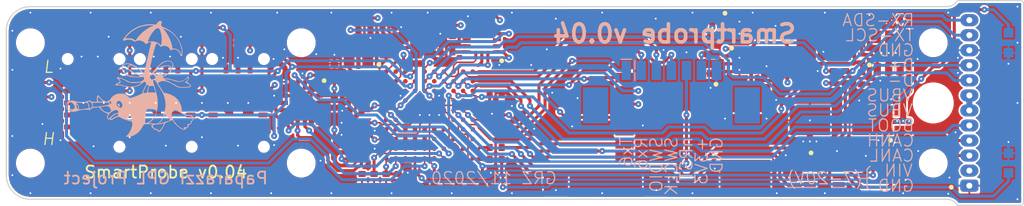
<source format=kicad_pcb>
(kicad_pcb (version 20240108) (generator "pcbnew") (generator_version "8.0")
  (layers (0 "F.Cu" signal) (1 "In1.Cu" power "In1.Cu_(GroundPlane)") (2 "In2.Cu" signal) (31 "B.Cu" signal) (34 "B.Paste" user) (35 "F.Paste" user) (36 "B.SilkS" user "B.Silkscreen") (37 "F.SilkS" user "F.Silkscreen") (38 "B.Mask" user) (39 "F.Mask" user) (44 "Edge.Cuts" user))
  (net 0 "")
  (net 1 "GND")
  (net 2 "+5VMCU")
  (net 3 "+5V")
  (net 4 "+3V3MCU")
  (net 5 "/VCAP2")
  (net 6 "/VCAP1")
  (net 7 "/nRST")
  (net 8 "/OSCO")
  (net 9 "/OSCI")
  (net 10 "/USBvbus")
  (net 11 "/SDA2")
  (net 12 "/SD1d0")
  (net 13 "/SD1d1")
  (net 14 "/BOOT0")
  (net 15 "/USB-")
  (net 16 "/SD1ck")
  (net 17 "/MOSI1")
  (net 18 "/USB+")
  (net 19 "/SD1d2")
  (net 20 "/SD1d3")
  (net 21 "/SD1cmd")
  (net 22 "/TX1-SCL1")
  (net 23 "/SWDIO")
  (net 24 "/SWCLK")
  (net 25 "/NSS1")
  (net 26 "/SCK1")
  (net 27 "/MISO1")
  (net 28 "/RX1-SDA1")
  (net 29 "Net-(IC8-Pad9)")
  (net 30 "Net-(LED1-Pad2)")
  (net 31 "Net-(LED2-Pad2)")
  (net 32 "/SCL4")
  (net 33 "/OSC32out")
  (net 34 "/OSC32in")
  (net 35 "/BOOT")
  (net 36 "Net-(IC3-PadK8)")
  (net 37 "Net-(IC3-PadK6)")
  (net 38 "Net-(IC3-PadJ9)")
  (net 39 "Net-(IC3-PadJ8)")
  (net 40 "Net-(IC3-PadJ6)")
  (net 41 "Net-(IC3-PadJ5)")
  (net 42 "Net-(IC3-PadJ4)")
  (net 43 "Net-(IC3-PadJ3)")
  (net 44 "Net-(IC3-PadJ2)")
  (net 45 "Net-(IC3-PadH10)")
  (net 46 "Net-(IC3-PadH9)")
  (net 47 "Net-(IC3-PadH8)")
  (net 48 "Net-(IC3-PadH7)")
  (net 49 "Net-(IC3-PadH6)")
  (net 50 "Net-(IC3-PadH5)")
  (net 51 "Net-(IC3-PadH4)")
  (net 52 "Net-(IC3-PadH3)")
  (net 53 "Net-(IC3-PadH2)")
  (net 54 "Net-(IC3-PadG10)")
  (net 55 "Net-(IC3-PadG9)")
  (net 56 "Net-(IC3-PadG8)")
  (net 57 "Net-(IC3-PadG7)")
  (net 58 "Net-(IC3-PadG6)")
  (net 59 "Net-(IC3-PadG5)")
  (net 60 "Net-(IC3-PadG4)")
  (net 61 "Net-(IC3-PadG3)")
  (net 62 "Net-(IC3-PadG2)")
  (net 63 "Net-(IC3-PadF3)")
  (net 64 "Net-(IC3-PadF2)")
  (net 65 "Net-(IC3-PadE3)")
  (net 66 "Net-(IC3-PadD10)")
  (net 67 "Net-(IC3-PadD9)")
  (net 68 "Net-(IC3-PadD7)")
  (net 69 "Net-(IC3-PadD4)")
  (net 70 "Net-(IC3-PadD3)")
  (net 71 "Net-(IC3-PadC6)")
  (net 72 "Net-(IC3-PadC3)")
  (net 73 "Net-(IC3-PadB6)")
  (net 74 "Net-(IC3-PadB3)")
  (net 75 "Net-(IC3-PadA3)")
  (net 76 "Net-(IC3-PadA2)")
  (net 77 "Net-(IC3-PadF1)")
  (net 78 "+3V3")
  (net 79 "/SCL2")
  (net 80 "/SDA4")
  (net 81 "Net-(IC5-Pad4)")
  (net 82 "Net-(IC6-Pad9)")
  (net 83 "Net-(IC6-Pad4)")
  (net 84 "Net-(IC7-Pad9)")
  (net 85 "Net-(IC7-Pad4)")
  (net 86 "/Vbus_L")
  (net 87 "Net-(C18-Pad1)")
  (net 88 "VIN")
  (net 89 "/LED_RGB")
  (net 90 "/VINmeas")
  (net 91 "/3V3meas")
  (net 92 "/TX6")
  (net 93 "/RX6")
  (net 94 "/CAN1TX")
  (net 95 "/CAN1RX")
  (net 96 "/INT_IMU")
  (net 97 "/INT_BARO")
  (net 98 "Net-(IC9-Pad8)")
  (net 99 "/CANH")
  (net 100 "/CANL")
  (net 101 "Net-(IC9-Pad5)")
  (net 102 "/FB")
  (net 103 "Net-(LED3-Pad3)")
  (net 104 "/SW")
  (net 105 "/5V4")
  (net 106 "Net-(IC3-PadC7)")
  (net 107 "/LEDR")
  (net 108 "Net-(IC3-PadK9)")
  (net 109 "/LEDG")
  (net 110 "Net-(IC3-PadC4)")
  (net 111 "Net-(C6-Pad1)")
  (net 112 "Net-(IC3-PadK3)")
  (footprint "_Misc_GRZ:Crystal_FC-135" (layer "F.Cu") (at 43.305001 -4.594999)
    (property "Reference" "Q2")
    (property "Value" "32.768KHz-9pF")
  )
  (footprint "_Capacitors_GRZ:C_0402" (layer "F.Cu") (at 42.25 -6.3 180)
    (property "Reference" "C1")
    (property "Value" "4.7pF")
  )
  (footprint "_Capacitors_GRZ:C_0402" (layer "F.Cu") (at 44.35 -6.3)
    (property "Reference" "C2")
    (property "Value" "4.7pF")
  )
  (footprint "_Connectors_GRZ:PicoBlade_53048-1210" (layer "F.Cu") (at 90.5 0 -90)
    (property "Reference" "J3")
    (property "Value" "COMM")
  )
  (footprint "_Resistors_GRZ:R_0402" (layer "F.Cu") (at 40.25 -6.05)
    (property "Reference" "R16")
    (property "Value" "2.2kΩ")
  )
  (footprint "_Capacitors_GRZ:EIA_7343-31" (layer "F.Cu") (at 79.85 1.45 180)
    (property "Reference" "C35")
    (property "Value" "100µF/20V")
  )
  (footprint "_Resistors_GRZ:R_0402" (layer "F.Cu") (at 84.75 4.9 -90)
    (property "Reference" "R2")
    (property "Value" "120Ω")
  )
  (footprint "_Resistors_GRZ:R_0402" (layer "F.Cu") (at 81.3 4.9 90)
    (property "Reference" "R1")
    (property "Value" "0Ω")
  )
  (footprint "_Diodes_GRZ:PMEG3010AESB" (layer "F.Cu") (at 81.55 -3.7 -90)
    (property "Reference" "D4")
    (property "Value" "PMEG3010AESB")
  )
  (footprint "_Diodes_GRZ:PMEG3010AESB" (layer "F.Cu") (at 75.05 -2.3)
    (property "Reference" "D3")
    (property "Value" "PMEG3010AESB")
  )
  (footprint "_Inductors_GRZ:VLCF4020T" (layer "F.Cu") (at 78.4 -5.5 180)
    (property "Reference" "L1")
    (property "Value" "10µH")
  )
  (footprint "_Opto_GRZ:SK6812-SIDE-A" (layer "F.Cu") (at 11.5 0 -90)
    (property "Reference" "LED3")
    (property "Value" "SK6812-SIDE-A")
  )
  (footprint "_Diodes_GRZ:PMEG3010AESB" (layer "F.Cu") (at 75.05 -4.4)
    (property "Reference" "D2")
    (property "Value" "PMEG3010AESB")
  )
  (footprint "_Diodes_GRZ:PMEG3010AESB" (layer "F.Cu") (at 75.05 -3.25)
    (property "Reference" "D5")
    (property "Value" "PMEG3010AESB")
  )
  (footprint "_Diodes_GRZ:PMEG3010AESB" (layer "F.Cu") (at 81.55 -7 90)
    (property "Reference" "D1")
    (property "Value" "PMEG3010AESB")
  )
  (footprint "_Regulators_GRZ:LP5912DRV" (layer "F.Cu") (at 71.4 -6.25)
    (property "Reference" "IC1")
    (property "Value" "LP5912-3.3DRV")
  )
  (footprint "_Capacitors_GRZ:C_0402" (layer "F.Cu") (at 50 -7.2)
    (property "Reference" "C5")
    (property "Value" "10nF")
  )
  (footprint "_Capacitors_GRZ:C_0603" (layer "F.Cu") (at 46.75 -5.75 180)
    (property "Reference" "C29")
    (property "Value" "10µF")
  )
  (footprint "_Capacitors_GRZ:C_0402" (layer "F.Cu") (at 39.5 -0.35)
    (property "Reference" "C3")
    (property "Value" "18pF")
  )
  (footprint "_Regulators_GRZ:LP5912DRV" (layer "F.Cu") (at 71.4 -3.25)
    (property "Reference" "IC2")
    (property "Value" "LP5912-3.3DRV")
  )
  (footprint "_Capacitors_GRZ:C_0402" (layer "F.Cu") (at 47.05 -4.25 180)
    (property "Reference" "C18")
    (property "Value" "100nF")
  )
  (footprint "_Capacitors_GRZ:C_0402" (layer "F.Cu") (at 30.25 -5 180)
    (property "Reference" "C8")
    (property "Value" "100nF")
  )
  (footprint "_Capacitors_GRZ:C_0402" (layer "F.Cu") (at 20.25 -5 180)
    (property "Reference" "C10")
    (property "Value" "100nF")
  )
  (footprint "_Capacitors_GRZ:C_0402" (layer "F.Cu") (at 39.5 2.65)
    (property "Reference" "C13")
    (property "Value" "100nF")
  )
  (footprint "_Capacitors_GRZ:C_0402" (layer "F.Cu") (at 39.5 1.65)
    (property "Reference" "C14")
    (property "Value" "100nF")
  )
  (footprint "_Capacitors_GRZ:C_0402" (layer "F.Cu") (at 43.05 6.4 90)
    (property "Reference" "C26")
    (property "Value" "4.7µF")
  )
  (footprint "_Capacitors_GRZ:C_0402" (layer "F.Cu") (at 39.5 0.65)
    (property "Reference" "C15")
    (property "Value" "100nF")
  )
  (footprint "_Capacitors_GRZ:C_0402" (layer "F.Cu") (at 26.25 -5 180)
    (property "Reference" "C9")
    (property "Value" "100nF")
  )
  (footprint "_Capacitors_GRZ:C_0402" (layer "F.Cu") (at 42.05 6.4 90)
    (property "Reference" "C12")
    (property "Value" "100nF")
  )
  (footprint "_Capacitors_GRZ:C_0402" (layer "F.Cu") (at 40.25 -4.75 180)
    (property "Reference" "C4")
    (property "Value" "18pF")
  )
  (footprint "_Sensors_GRZ:ICM-20600" (layer "F.Cu") (at 50 -5 180)
    (property "Reference" "IC8")
    (property "Value" "ICM-20600")
  )
  (footprint "_MCU_GRZ:STM32F777VI" (layer "F.Cu") (at 45.65 1)
    (property "Reference" "IC3")
    (property "Value" "STM32F777VI")
  )
  (footprint "_Capacitors_GRZ:C_0402" (layer "F.Cu") (at 47.05 -7 180)
    (property "Reference" "C17")
    (property "Value" "100nF")
  )
  (footprint "_Capacitors_GRZ:C_0402" (layer "F.Cu") (at 49.05 6.4 -90)
    (property "Reference" "C28")
    (property "Value" "4.7µF")
  )
  (footprint "_Capacitors_GRZ:C_0603" (layer "F.Cu") (at 69.15 -6.25 -90)
    (property "Reference" "C31")
    (property "Value" "10µF")
  )
  (footprint "_Capacitors_GRZ:C_0603" (layer "F.Cu") (at 73.65 -6.4 90)
    (property "Reference" "C30")
    (property "Value" "10µF")
  )
  (footprint "_Capacitors_GRZ:C_0402" (layer "F.Cu") (at 47.05 6.4 90)
    (property "Reference" "C24")
    (property "Value" "1µF")
  )
  (footprint "_MountingHole_GRZ:MountingHole_2.1mm_M2" (layer "F.Cu") (at 87.5 5)
    (property "Reference" "REF**" (hide yes))
    (property "Value" "MountingHole_2.1mm_M2" (hide yes))
  )
  (footprint "_Capacitors_GRZ:C_0402" (layer "F.Cu") (at 46.05 6.4 90)
    (property "Reference" "C11")
    (property "Value" "100nF")
  )
  (footprint "_Capacitors_GRZ:C_0402" (layer "F.Cu") (at 50.05 6.4 -90)
    (property "Reference" "C19")
    (property "Value" "100nF")
  )
  (footprint "_Capacitors_GRZ:C_0402" (layer "F.Cu") (at 40.05 6.4 -90)
    (property "Reference" "C16")
    (property "Value" "100nF")
  )
  (footprint "_Capacitors_GRZ:C_0603" (layer "F.Cu") (at 69.15 -3.25 -90)
    (property "Reference" "C34")
    (property "Value" "10µF")
  )
  (footprint "_Capacitors_GRZ:C_0603" (layer "F.Cu") (at 73.65 -3.25 -90)
    (property "Reference" "C32")
    (property "Value" "10µF")
  )
  (footprint "_Capacitors_GRZ:C_0402" (layer "F.Cu") (at 48.05 6.4 -90)
    (property "Reference" "C27")
    (property "Value" "4.7µF")
  )
  (footprint "_Capacitors_GRZ:EIA_7360-38" (layer "F.Cu") (at 71.9 2.75 -90)
    (property "Reference" "C36")
    (property "Value" "1000µF/6.3V")
  )
  (footprint "_MountingHole_GRZ:MountingHole_2.1mm_M2" (layer "F.Cu") (at 87.5 -5)
    (property "Reference" "REF**" (hide yes))
    (property "Value" "MountingHole_2.1mm_M2" (hide yes))
  )
  (footprint "_Capacitors_GRZ:C_0402" (layer "F.Cu") (at 41.05 6.4 -90)
    (property "Reference" "C25")
    (property "Value" "1µF")
  )
  (footprint "_Connectors_GRZ:MicroSD_500901-0801" (layer "F.Cu") (at 52.5 0 -90)
    (property "Reference" "J1")
    (property "Value" "MicroSD_Connector_500901-0801")
  )
  (footprint "_MountingHole_GRZ:MountingHole_2.1mm_M2" (layer "F.Cu") (at 12.5 -5)
    (property "Reference" "REF**" (hide yes))
    (property "Value" "MountingHole_2.1mm_M2" (hide yes))
  )
  (footprint "_Resistors_GRZ:R_0402" (layer "F.Cu") (at 82.5 4.9 90)
    (property "Reference" "R17")
    (property "Value" "2.2kΩ")
  )
  (footprint "_MountingHole_GRZ:MountingHole_2.1mm_M2" (layer "F.Cu") (at 35 -5)
    (property "Reference" "REF**" (hide yes))
    (property "Value" "MountingHole_2.1mm_M2" (hide yes))
  )
  (footprint "_MountingHole_GRZ:MountingHole_2.1mm_M2" (layer "F.Cu") (at 12.5 5)
    (property "Reference" "REF**" (hide yes))
    (property "Value" "MountingHole_2.1mm_M2" (hide yes))
  )
  (footprint "_Resistors_GRZ:R_0402" (layer "F.Cu") (at 51.15 4.7)
    (property "Reference" "R4")
    (property "Value" "390Ω")
  )
  (footprint "_MountingHole_GRZ:MountingHole_2.1mm_M2" (layer "F.Cu") (at 35 5)
    (property "Reference" "REF**" (hide yes))
    (property "Value" "MountingHole_2.1mm_M2" (hide yes))
  )
  (footprint "_Resistors_GRZ:R_0402" (layer "F.Cu") (at 83.5 4.9 -90)
    (property "Reference" "R21")
    (property "Value" "12kΩ")
  )
  (footprint "_MountingHole_GRZ:Hole_3.1mm" (layer "F.Cu") (at 90.5 0)
    (property "Reference" "REF**" (hide yes))
    (property "Value" "Hole_3.1mm" (hide yes))
  )
  (footprint "_Resistors_GRZ:R_0402" (layer "F.Cu") (at 80.2 -2.15 90)
    (property "Reference" "R12")
    (property "Value" "2.2kΩ")
  )
  (footprint "_Resistors_GRZ:R_0402" (layer "F.Cu") (at 79.2 -2.15 90)
    (property "Reference" "R13")
    (property "Value" "2.2kΩ")
  )
  (footprint "_Sensors_GRZ:SDP31" (layer "F.Cu") (at 23.75 0 90)
    (property "Reference" "IC6")
    (property "Value" "SDP31")
  )
  (footprint "_Resistors_GRZ:R_0402" (layer "F.Cu") (at 23.25 -5 180)
    (property "Reference" "R5")
    (property "Value" "1.2kΩ")
  )
  (footprint "_Misc_GRZ:Crystal_8Z" (layer "F.Cu") (at 39.75 -2.55 90)
    (property "Reference" "Q1")
    (property "Value" "16MHz")
  )
  (footprint "_Sensors_GRZ:SDP31" (layer "F.Cu") (at 17.75 0 90)
    (property "Reference" "IC7")
    (property "Value" "SDP31")
  )
  (footprint "_Sensors_GRZ:SDP31" (layer "F.Cu") (at 29.75 0 90)
    (property "Reference" "IC5")
    (property "Value" "SDP31")
  )
  (footprint "_Resistors_GRZ:R_0402" (layer "F.Cu") (at 17.25 -5 180)
    (property "Reference" "R19")
    (property "Value" "2.7kΩ")
  )
  (footprint "_Capacitors_GRZ:C_0603" (layer "F.Cu") (at 75.1 -6.4 90)
    (property "Reference" "C33")
    (property "Value" "10µF")
  )
  (footprint "_Resistors_GRZ:R_0402" (layer "F.Cu") (at 51.15 -0.8)
    (property "Reference" "R15")
    (property "Value" "2.2kΩ")
  )
  (footprint "_Resistors_GRZ:R_0402" (layer "F.Cu") (at 51.15 0.2)
    (property "Reference" "R7")
    (property "Value" "1.5kΩ")
  )
  (footprint "_Resistors_GRZ:R_0402" (layer "F.Cu") (at 39.5 4.65 180)
    (property "Reference" "R9")
    (property "Value" "2.2kΩ")
  )
  (footprint "_Capacitors_GRZ:C_0402" (layer "F.Cu") (at 84.25 -7 180)
    (property "Reference" "C22")
    (property "Value" "100nF")
  )
  (footprint "_Resistors_GRZ:R_0402" (layer "F.Cu") (at 51.15 3.7)
    (property "Reference" "R3")
    (property "Value" "390Ω")
  )
  (footprint "_Resistors_GRZ:R_0402" (layer "F.Cu") (at 77.3 -2.15 90)
    (property "Reference" "R14")
    (property "Value" "2.2kΩ")
  )
  (footprint "_Capacitors_GRZ:C_0402" (layer "F.Cu") (at 13.5 0 -90)
    (property "Reference" "C21")
    (property "Value" "100nF")
  )
  (footprint "_Capacitors_GRZ:C_0402" (layer "F.Cu") (at 75.9 5.8 -90)
    (property "Reference" "C23")
    (property "Value" "100nF")
  )
  (footprint "_Resistors_GRZ:R_0402" (layer "F.Cu") (at 27.25 -6.25)
    (property "Reference" "R11")
    (property "Value" "2.2kΩ")
  )
  (footprint "_IC_Misc_GRZ:MAX3051EKA" (layer "F.Cu") (at 78.45 5.8 -90)
    (property "Reference" "IC9")
    (property "Value" "MAX3051EKA")
  )
  (footprint "_Resistors_GRZ:R_0402" (layer "F.Cu") (at 40.25 -7.05 180)
    (property "Reference" "R18")
    (property "Value" "2.2kΩ")
  )
  (footprint "_Resistors_GRZ:R_0402" (layer "F.Cu") (at 76.3 -2.15 90)
    (property "Reference" "R6")
    (property "Value" "1.5kΩ")
  )
  (footprint "_Resistors_GRZ:R_0402" (layer "F.Cu") (at 81.55 -2.05 -90)
    (property "Reference" "R22")
    (property "Value" "33kΩ")
  )
  (footprint "_Capacitors_GRZ:C_0402" (layer "F.Cu") (at 81.55 -5.35 90)
    (property "Reference" "C6")
    (property "Value" "10nF")
  )
  (footprint "_Resistors_GRZ:R_0402" (layer "F.Cu") (at 84.3 -1.55 180)
    (property "Reference" "R20")
    (property "Value" "10kΩ")
  )
  (footprint "_Sensors_GRZ:LPS33HW" (layer "F.Cu") (at 35 0)
    (property "Reference" "IC4")
    (property "Value" "LPS33HW")
  )
  (footprint "_Capacitors_GRZ:C_0402" (layer "F.Cu") (at 37.75 -0.1 -90)
    (property "Reference" "C20")
    (property "Value" "100nF")
  )
  (footprint "_Resistors_GRZ:R_0402" (layer "F.Cu") (at 39.5 3.65 180)
    (property "Reference" "R8")
    (property "Value" "2.2kΩ")
  )
  (footprint "_Capacitors_GRZ:C_0402" (layer "F.Cu") (at 37.75 -2.75 -90)
    (property "Reference" "C7")
    (property "Value" "100nF")
  )
  (footprint "_Resistors_GRZ:R_0402" (layer "F.Cu") (at 31.25 -6.25)
    (property "Reference" "R10")
    (property "Value" "2.2kΩ")
  )
  (footprint "_Regulators_GRZ:LT1616" (layer "F.Cu") (at 83.8 -4.15 90)
    (property "Reference" "IC10")
    (property "Value" "LT1616")
  )
  (footprint "_Opto_GRZ:KP-1608SURC" (layer "B.Cu") (at 93.75 -5 90)
    (property "Reference" "LED1")
    (property "Value" "KP-1608SURC")
  )
  (footprint "_Opto_GRZ:KP-1608CGCK" (layer "B.Cu") (at 93.75 5 -90)
    (property "Reference" "LED2")
    (property "Value" "KP-1608CGCK")
  )
  (footprint "_Logos_GRZ:PaparazziPenguin_10x10" (layer "B.Cu") (at 20.75 -2 180)
    (property "Reference" "G***" (hide yes))
    (property "Value" "LOGO" (hide yes))
  )
  (footprint "_Connectors_GRZ:PicoBlade_53261-0771" (layer "B.Cu") (at 65.75 -1.25 180)
    (property "Reference" "J2")
    (property "Value" "DEBUG")
  )
  (gr_line (start 82 7) (end 82.25 7.25) (stroke (width 0.1)) (layer "B.SilkS"))
  (gr_line (start 82 5.5) (end 82 7) (stroke (width 0.1)) (layer "B.SilkS"))
  (gr_line (start 82.25 5.25) (end 82 5.5) (stroke (width 0.1)) (layer "B.SilkS"))
  (gr_circle (center 70.2 -7.45) (end 70.3 -7.45) (stroke (width 0.2)) (fill none) (layer "F.SilkS"))
  (gr_circle (center 89 7) (end 89.1 7) (stroke (width 0.2)) (fill none) (layer "F.SilkS"))
  (gr_circle (center 83.95 3.1) (end 84.05 3.1) (stroke (width 0.2)) (fill none) (layer "F.SilkS"))
  (gr_circle (center 36.9 -1.85) (end 37 -1.85) (stroke (width 0.2)) (fill none) (layer "F.SilkS"))
  (gr_circle (center 82.2 -3.15) (end 82.3 -3.15) (stroke (width 0.2)) (fill none) (layer "F.SilkS"))
  (gr_circle (center 69.45 -1.55) (end 69.55 -1.55) (stroke (width 0.2)) (fill none) (layer "F.SilkS"))
  (gr_circle (center 41.45 -3.2) (end 41.55 -3.2) (stroke (width 0.2)) (fill none) (layer "F.SilkS"))
  (gr_circle (center 77.35 4.15) (end 77.45 4.15) (stroke (width 0.2)) (fill none) (layer "F.SilkS"))
  (gr_circle (center 70.75 -4.55) (end 70.85 -4.55) (stroke (width 0.2)) (fill none) (layer "F.SilkS"))
  (gr_circle (center 51.65 -3.5) (end 51.75 -3.5) (stroke (width 0.2)) (fill none) (layer "F.SilkS"))
  (gr_line (start 88.633975 -8) (end 12.5 -8) (stroke (width 0.1)) (layer "Edge.Cuts"))
  (gr_arc (start 94.75 -8.5) (mid 94.926777 -8.426777) (end 95 -8.25) (stroke (width 0.1)) (layer "Edge.Cuts"))
  (gr_line (start 95 8.25) (end 95 -8.25) (stroke (width 0.1)) (layer "Edge.Cuts"))
  (gr_line (start 10.5 -6) (end 10.5 6) (stroke (width 0.1)) (layer "Edge.Cuts"))
  (gr_arc (start 10.5 -6) (mid 11.085786 -7.414214) (end 12.5 -8) (stroke (width 0.1)) (layer "Edge.Cuts"))
  (gr_line (start 12.5 8) (end 88.633975 8) (stroke (width 0.1)) (layer "Edge.Cuts"))
  (gr_arc (start 95 8.25) (mid 94.926777 8.426777) (end 94.75 8.5) (stroke (width 0.1)) (layer "Edge.Cuts"))
  (gr_arc (start 12.5 8) (mid 11.085786 7.414214) (end 10.5 6) (stroke (width 0.1)) (layer "Edge.Cuts"))
  (gr_line (start 94.75 8.5) (end 89.5 8.5) (stroke (width 0.1)) (layer "Edge.Cuts"))
  (gr_arc (start 89.5 -8.5) (mid 89.133975 -8.133975) (end 88.633975 -8) (stroke (width 0.1)) (layer "Edge.Cuts"))
  (gr_arc (start 88.633975 8) (mid 89.133975 8.133975) (end 89.5 8.5) (stroke (width 0.1)) (layer "Edge.Cuts"))
  (gr_line (start 94.75 -8.5) (end 89.5 -8.5) (stroke (width 0.1)) (layer "Edge.Cuts"))
  (gr_text "Smartprobe v0.04" (at 66 -5.75 0) (layer "B.SilkS") (effects (font (size 1.5 1.5) (thickness 0.3)) (justify mirror)))
  (gr_text "GRZ 11/2020" (at 51 6.25 0) (layer "B.SilkS") (effects (font (size 1 1) (thickness 0.1)) (justify mirror)))
  (gr_text "Paparazzi GPL Project" (at 23.75 6.25 0) (layer "B.SilkS") (effects (font (size 1 1)) (justify mirror)))
  (gr_text "VBUS" (at 85.875 0.625 0) (layer "B.SilkS") (effects (font (size 1 1) (thickness 0.1)) (justify left mirror)))
  (gr_text "D-" (at 86 -1.875 0) (layer "B.SilkS") (effects (font (size 1 1) (thickness 0.1)) (justify left mirror)))
  (gr_text "BOOT" (at 86 1.875 0) (layer "B.SilkS") (effects (font (size 1 1) (thickness 0.1)) (justify left mirror)))
  (gr_text "D+" (at 86 -3.125 0) (layer "B.SilkS") (effects (font (size 1 1) (thickness 0.1)) (justify left mirror)))
  (gr_text "GND" (at 86 -4.375 0) (layer "B.SilkS") (effects (font (size 1 1) (thickness 0.1)) (justify left mirror)))
  (gr_text "TX-SCL" (at 86 -5.625 0) (layer "B.SilkS") (effects (font (size 1 1) (thickness 0.1)) (justify left mirror)))
  (gr_text "RX-SDA" (at 86 -6.875 0) (layer "B.SilkS") (effects (font (size 1 1) (thickness 0.1)) (justify left mirror)))
  (gr_text "SWCLK" (at 65.75 2.75 90) (layer "B.SilkS") (effects (font (size 1 1) (thickness 0.1)) (justify left mirror)))
  (gr_text "(7-20V)" (at 81.75 6.25 0) (layer "B.SilkS") (effects (font (size 1 1) (thickness 0.1) (italic yes)) (justify left mirror)))
  (gr_text "VBUS" (at 85.875 -0.625 0) (layer "B.SilkS") (effects (font (size 1 1) (thickness 0.1)) (justify left mirror)))
  (gr_text "SWDIO" (at 64.5 2.75 90) (layer "B.SilkS") (effects (font (size 1 1) (thickness 0.1)) (justify left mirror)))
  (gr_text "GND" (at 69.5 2.75 90) (layer "B.SilkS") (effects (font (size 1 1) (thickness 0.1)) (justify left mirror)))
  (gr_text "+3V3" (at 68.25 2.75 90) (layer "B.SilkS") (effects (font (size 1 1) (thickness 0.1)) (justify left mirror)))
  (gr_text "GND" (at 86 6.875 0) (layer "B.SilkS") (effects (font (size 1 1) (thickness 0.1)) (justify left mirror)))
  (gr_text "CANL" (at 86 4.375 0) (layer "B.SilkS") (effects (font (size 1 1) (thickness 0.1)) (justify left mirror)))
  (gr_text "Rx6" (at 63.25 2.75 90) (layer "B.SilkS") (effects (font (size 1 1) (thickness 0.1)) (justify left mirror)))
  (gr_text "CANH" (at 86 3.125 0) (layer "B.SilkS") (effects (font (size 1 1) (thickness 0.1)) (justify left mirror)))
  (gr_text "Tx6" (at 62 2.75 90) (layer "B.SilkS") (effects (font (size 1 1) (thickness 0.1)) (justify left mirror)))
  (gr_text "nRST" (at 67 2.75 90) (layer "B.SilkS") (effects (font (size 1 1) (thickness 0.1)) (justify left mirror)))
  (gr_text "VIN" (at 85.875 5.625 0) (layer "B.SilkS") (effects (font (size 1 1) (thickness 0.1)) (justify left mirror)))
  (gr_text "L" (at 14 -3 0) (layer "F.SilkS") (effects (font (size 1 1) (thickness 0.1) (italic yes))))
  (gr_text "SmartProbe v0.04" (at 23.75 5.75 0) (layer "F.SilkS") (effects (font (size 1 1))))
  (gr_text "H" (at 14 3 0) (layer "F.SilkS") (effects (font (size 1 1) (thickness 0.1) (italic yes))))
  (segment (start 36.75 1.25) (end 36.75 1.75) (width 0.125) (layer "F.Cu") (net 0))
  (segment (start 33.75 -1.75) (end 33.25 -1.75) (width 0.125) (layer "F.Cu") (net 0))
  (segment (start 33.25 -1.25) (end 33.25 -1.75) (width 0.125) (layer "F.Cu") (net 0))
  (segment (start 36.25 1.75) (end 36.75 1.75) (width 0.125) (layer "F.Cu") (net 0))
  (segment (start 36.25 -1.75) (end 36.75 -1.75) (width 0.125) (layer "F.Cu") (net 0))
  (segment (start 36.75 -1.25) (end 36.75 -1.75) (width 0.125) (layer "F.Cu") (net 0))
  (segment (start 77.25 1.45) (end 77.25 3.2) (width 0.5) (layer "F.Cu") (net 1))
  (segment (start 17.75 3.6) (end 17.75 4.4) (width 0.25) (layer "F.Cu") (net 1))
  (segment (start 43.05 6.9) (end 43.05 7.35) (width 0.25) (layer "F.Cu") (net 1))
  (segment (start 29.75 3.55) (end 29.75 4.4) (width 0.25) (layer "F.Cu") (net 1))
  (segment (start 43.05 7.35) (end 42.9 7.5) (width 0.25) (layer "F.Cu") (net 1))
  (segment (start 42.9 7.5) (end 42.5 7.5) (width 0.25) (layer "F.Cu") (net 1))
  (segment (start 22.8 4.4) (end 23.7 4.4) (width 0.25) (layer "F.Cu") (net 1))
  (segment (start 23.75 4.35) (end 23.7 4.4) (width 0.25) (layer "F.Cu") (net 1))
  (segment (start 16.75 3.75) (end 17.4 4.4) (width 0.25) (layer "F.Cu") (net 1))
  (segment (start 24.8 4.4) (end 28.75 4.4) (width 0.25) (layer "F.Cu") (net 1))
  (segment (start 83.8 -1.55) (end 83.8 -2.8) (width 0.25) (layer "F.Cu") (net 1))
  (segment (start 40.75 -5.4) (end 40.75 -4.75) (width 0.25) (layer "F.Cu") (net 1))
  (segment (start 16.75 2.825) (end 16.75 3.75) (width 0.25) (layer "F.Cu") (net 1))
  (segment (start 77.8 3.85) (end 77.8 3.2) (width 0.25) (layer "F.Cu") (net 1))
  (segment (start 76.625 5.475) (end 76.45 5.3) (width 0.25) (layer "F.Cu") (net 1))
  (segment (start 81.3 4.4) (end 82.5 4.4) (width 0.25) (layer "F.Cu") (net 1))
  (segment (start 76.45 5.3) (end 75.9 5.3) (width 0.25) (layer "F.Cu") (net 1))
  (segment (start 77.25 5.475) (end 76.625 5.475) (width 0.25) (layer "F.Cu") (net 1))
  (segment (start 19 -5.2) (end 19 -5.5) (width 0.25) (layer "F.Cu") (net 1))
  (segment (start 49.05 6.9) (end 47.05 6.9) (width 0.25) (layer "F.Cu") (net 1))
  (segment (start 81.55 -7.325) (end 82.175 -7.325) (width 0.3) (layer "F.Cu") (net 1))
  (segment (start 82.175 -7.325) (end 82.2 -7.3) (width 0.3) (layer "F.Cu") (net 1))
  (segment (start 22.75 2.825) (end 22.75 4.35) (width 0.25) (layer "F.Cu") (net 1))
  (segment (start 24.75 2.825) (end 24.75 4.35) (width 0.25) (layer "F.Cu") (net 1))
  (segment (start 30.25 4.4) (end 30.75 3.9) (width 0.25) (layer "F.Cu") (net 1))
  (segment (start 73.65 -7.2) (end 75.1 -7.2) (width 0.25) (layer "F.Cu") (net 1))
  (segment (start 40.75 -5.4) (end 40.75 -6.05) (width 0.25) (layer "F.Cu") (net 1))
  (segment (start 73.65 -3.05) (end 73.65 -2.45) (width 0.3) (layer "F.Cu") (net 1))
  (segment (start 18.75 2.825) (end 18.75 4.4) (width 0.25) (layer "F.Cu") (net 1))
  (segment (start 24.75 4.35) (end 24.8 4.4) (width 0.25) (layer "F.Cu") (net 1))
  (segment (start 46.05 6.9) (end 43.05 6.9) (width 0.25) (layer "F.Cu") (net 1))
  (segment (start 17.75 4.4) (end 18.75 4.4) (width 0.25) (layer "F.Cu") (net 1))
  (segment (start 28.75 4.4) (end 29.75 4.4) (width 0.25) (layer "F.Cu") (net 1))
  (segment (start 29.75 2.825) (end 29.75 3.55) (width 0.25) (layer "F.Cu") (net 1))
  (segment (start 22.75 4.35) (end 22.8 4.4) (width 0.25) (layer "F.Cu") (net 1))
  (segment (start 19.75 -5) (end 19.2 -5) (width 0.25) (layer "F.Cu") (net 1))
  (segment (start 17.75 2.825) (end 17.75 3.6) (width 0.25) (layer "F.Cu") (net 1))
  (segment (start 76.7 3.2) (end 77.8 3.2) (width 0.5) (layer "F.Cu") (net 1))
  (segment (start 83.8 -2.8) (end 83.8 -4.15) (width 0.5) (layer "F.Cu") (net 1))
  (segment (start 23.7 4.4) (end 24.8 4.4) (width 0.25) (layer "F.Cu") (net 1))
  (segment (start 28.75 2.825) (end 28.75 4.4) (width 0.25) (layer "F.Cu") (net 1))
  (segment (start 71.4 -7.2) (end 71.4 -6.25) (width 0.25) (layer "F.Cu") (net 1))
  (segment (start 84.4 -4.15) (end 83.2 -4.15) (width 0.5) (layer "F.Cu") (net 1))
  (segment (start 73.1 -7.2) (end 72.9 -7.4) (width 0.25) (layer "F.Cu") (net 1))
  (segment (start 73.65 -7.2) (end 73.1 -7.2) (width 0.25) (layer "F.Cu") (net 1))
  (segment (start 72.9 -7.4) (end 71.6 -7.4) (width 0.25) (layer "F.Cu") (net 1))
  (segment (start 18.75 4.4) (end 22.8 4.4) (width 0.25) (layer "F.Cu") (net 1))
  (segment (start 78.1 5.3) (end 78.1 4.15) (width 0.25) (layer "F.Cu") (net 1))
  (segment (start 17.4 4.4) (end 17.75 4.4) (width 0.25) (layer "F.Cu") (net 1))
  (segment (start 71.6 -7.4) (end 71.4 -7.2) (width 0.25) (layer "F.Cu") (net 1))
  (segment (start 19.2 -5) (end 19 -5.2) (width 0.25) (layer "F.Cu") (net 1))
  (segment (start 23.75 2.825) (end 23.75 4.35) (width 0.25) (layer "F.Cu") (net 1))
  (segment (start 77.925 5.475) (end 78.1 5.3) (width 0.25) (layer "F.Cu") (net 1))
  (segment (start 77.25 5.475) (end 77.925 5.475) (width 0.25) (layer "F.Cu") (net 1))
  (segment (start 78.1 4.15) (end 77.8 3.85) (width 0.25) (layer "F.Cu") (net 1))
  (segment (start 77.3 -2.65) (end 77.9 -2.65) (width 0.25) (layer "F.Cu") (net 1))
  (segment (start 29.75 4.4) (end 30.25 4.4) (width 0.25) (layer "F.Cu") (net 1))
  (segment (start 40.75 -4.3) (end 40.525 -4.075) (width 0.25) (layer "F.Cu") (net 1))
  (segment (start 40.75 -4.75) (end 40.75 -4.3) (width 0.25) (layer "F.Cu") (net 1))
  (segment (start 39 -0.35) (end 39 -1.6) (width 0.25) (layer "F.Cu") (net 1))
  (segment (start 39 -1.6) (end 38.975 -1.625) (width 0.25) (layer "F.Cu") (net 1))
  (segment (start 20.75 0) (end 18.6 0) (width 0.25) (layer "F.Cu") (net 1))
  (segment (start 30.4 -3.75) (end 29.75 -3.75) (width 0.25) (layer "F.Cu") (net 1))
  (segment (start 26.75 0) (end 24.6 0) (width 0.25) (layer "F.Cu") (net 1))
  (segment (start 17.75 -2.825) (end 17.75 -3.45) (width 0.25) (layer "F.Cu") (net 1))
  (segment (start 48.7375 -4.75) (end 48.15 -4.75) (width 0.25) (layer "F.Cu") (net 1))
  (segment (start 22.75 -2.825) (end 22.75 -3.85) (width 0.25) (layer "F.Cu") (net 1))
  (segment (start 23.75 -3.45) (end 23.35 -3.85) (width 0.25) (layer "F.Cu") (net 1))
  (segment (start 30.75 -3.4) (end 30.4 -3.75) (width 0.25) (layer "F.Cu") (net 1))
  (segment (start 30.75 -2.825) (end 30.75 -3.4) (width 0.25) (layer "F.Cu") (net 1))
  (segment (start 47.05 6.9) (end 46.05 6.9) (width 0.25) (layer "F.Cu") (net 1))
  (segment (start 23.35 -3.85) (end 22.75 -3.85) (width 0.25) (layer "F.Cu") (net 1))
  (segment (start 29.15 -3.75) (end 28.75 -3.35) (width 0.25) (layer "F.Cu") (net 1))
  (segment (start 29.75 -3.75) (end 29.15 -3.75) (width 0.25) (layer "F.Cu") (net 1))
  (segment (start 29.75 -2.825) (end 29.75 -3.75) (width 0.25) (layer "F.Cu") (net 1))
  (segment (start 48 -4.9) (end 46.55 -4.9) (width 0.25) (layer "F.Cu") (net 1))
  (segment (start 28.75 -3.35) (end 28.75 -2.825) (width 0.25) (layer "F.Cu") (net 1))
  (segment (start 46.55 -7) (end 46.55 -4.25) (width 0.25) (layer "F.Cu") (net 1))
  (segment (start 23.75 -2.825) (end 23.75 -3.45) (width 0.25) (layer "F.Cu") (net 1))
  (segment (start 40.525 -4.075) (end 40.525 -3.475) (width 0.25) (layer "F.Cu") (net 1))
  (segment (start 17.35 -3.85) (end 16.75 -3.85) (width 0.25) (layer "F.Cu") (net 1))
  (segment (start 30.75 3.9) (end 30.75 2.825) (width 0.25) (layer "F.Cu") (net 1))
  (segment (start 22.75 -3.85) (end 22.75 -5) (width 0.25) (layer "F.Cu") (net 1))
  (segment (start 17.75 -3.45) (end 17.35 -3.85) (width 0.25) (layer "F.Cu") (net 1))
  (segment (start 29.75 -5) (end 29.75 -3.75) (width 0.25) (layer "F.Cu") (net 1))
  (segment (start 43.05 6.9) (end 42.05 6.9) (width 0.25) (layer "F.Cu") (net 1))
  (segment (start 39 1.65) (end 38.35 1.65) (width 0.25) (layer "F.Cu") (net 1))
  (segment (start 45.95 -5.75) (end 46.55 -5.75) (width 0.25) (layer "F.Cu") (net 1))
  (segment (start 16.75 -2.825) (end 16.75 -5) (width 0.25) (layer "F.Cu") (net 1))
  (segment (start 42.75 -6.3) (end 43.85 -6.3) (width 0.25) (layer "F.Cu") (net 1))
  (segment (start 48.15 -4.75) (end 48 -4.9) (width 0.25) (layer "F.Cu") (net 1))
  (segment (start 46.55 -5.75) (end 46.55 -5.7) (width 0.125) (layer "F.Cu") (net 1))
  (segment (start 69.15 -5.45) (end 69.8 -5.45) (width 0.25) (layer "F.Cu") (net 1))
  (segment (start 69.8 -2.45) (end 69.95 -2.6) (width 0.25) (layer "F.Cu") (net 1))
  (segment (start 70.425 -5.6) (end 71.1 -5.6) (width 0.25) (layer "F.Cu") (net 1))
  (segment (start 72.375 -3.25) (end 70.425 -3.25) (width 0.25) (layer "F.Cu") (net 1))
  (segment (start 43.3 -6.3) (end 43.85 -6.3) (width 0.125) (layer "F.Cu") (net 1))
  (segment (start 69.8 -2.45) (end 69.15 -2.45) (width 0.25) (layer "F.Cu") (net 1))
  (segment (start 70.425 -2.6) (end 71.1 -2.6) (width 0.25) (layer "F.Cu") (net 1))
  (segment (start 69.95 -2.6) (end 70.425 -2.6) (width 0.25) (layer "F.Cu") (net 1))
  (segment (start 69.95 -5.6) (end 70.425 -5.6) (width 0.25) (layer "F.Cu") (net 1))
  (segment (start 72.375 -6.25) (end 70.425 -6.25) (width 0.25) (layer "F.Cu") (net 1))
  (segment (start 46.55 -5.7) (end 46.55 -4.25) (width 0.125) (layer "F.Cu") (net 1))
  (segment (start 42.05 3.8) (end 41.1 3.8) (width 0.125) (layer "F.Cu") (net 1))
  (segment (start 69.8 -5.45) (end 69.95 -5.6) (width 0.25) (layer "F.Cu") (net 1))
  (segment (start 46.55 -7) (end 46.55 -5.75) (width 0.125) (layer "F.Cu") (net 1))
  (segment (start 45.95 -5.75) (end 46.5 -5.75) (width 0.125) (layer "F.Cu") (net 1))
  (segment (start 46.5 -5.75) (end 46.55 -5.7) (width 0.125) (layer "F.Cu") (net 1))
  (segment (start 25.75 -5) (end 25.2 -5) (width 0.25) (layer "F.Cu") (net 1))
  (segment (start 42.75 -6.3) (end 43.3 -6.3) (width 0.125) (layer "F.Cu") (net 1))
  (segment (start 46.05 0.6) (end 46.45 1) (width 0.125) (layer "F.Cu") (net 1))
  (segment (start 45.25 0.6) (end 45.65 1) (width 0.125) (layer "F.Cu") (net 1))
  (segment (start 25 -5.2) (end 25 -5.5) (width 0.25) (layer "F.Cu") (net 1))
  (segment (start 44.45 0.6) (end 44.85 1) (width 0.125) (layer "F.Cu") (net 1))
  (segment (start 25.2 -5) (end 25 -5.2) (width 0.25) (layer "F.Cu") (net 1))
  (segment (start 42.85 -1) (end 43.25 -0.6) (width 0.125) (layer "F.Cu") (net 1))
  (segment (start 33.55 -0.6) (end 34.4 -0.6) (width 0.25) (layer "F.Cu") (net 1))
  (segment (start 34.4 -0.6) (end 35 0) (width 0.25) (layer "F.Cu") (net 1))
  (segment (start 36.45 0) (end 35 0) (width 0.25) (layer "F.Cu") (net 1))
  (segment (start 33.55 0.6) (end 34.4 0.6) (width 0.25) (layer "F.Cu") (net 1))
  (segment (start 34.4 0.6) (end 35 0) (width 0.25) (layer "F.Cu") (net 1))
  (segment (start 49.5 -6.0125) (end 49.5 -6.65) (width 0.25) (layer "F.Cu") (net 1))
  (segment (start 41.1 2.3) (end 41.5 2.3) (width 0.125) (layer "F.Cu") (net 1))
  (segment (start 41.6 2.2) (end 42.05 2.2) (width 0.125) (layer "F.Cu") (net 1))
  (segment (start 38.15 0.4) (end 38.4 0.65) (width 0.25) (layer "F.Cu") (net 1))
  (segment (start 39 2.65) (end 38.35 2.65) (width 0.25) (layer "F.Cu") (net 1))
  (segment (start 37.75 0.4) (end 38.15 0.4) (width 0.25) (layer "F.Cu") (net 1))
  (segment (start 32.45 0) (end 32.75 -0.3) (width 0.25) (layer "F.Cu") (net 1))
  (segment (start 39 0.65) (end 38.4 0.65) (width 0.25) (layer "F.Cu") (net 1))
  (segment (start 52.5 0.25) (end 52.5 -0.469656) (width 0.25) (layer "F.Cu") (net 1))
  (segment (start 37.75 -3.25) (end 37.75 -4) (width 0.25) (layer "F.Cu") (net 1))
  (segment (start 82.5 -7) (end 82.2 -7.3) (width 0.25) (layer "F.Cu") (net 1))
  (segment (start 36.95 0) (end 36.45 0) (width 0.25) (layer "F.Cu") (net 1))
  (segment (start 41.5 2.3) (end 41.6 2.2) (width 0.125) (layer "F.Cu") (net 1))
  (segment (start 37.2 0.4) (end 37 0.6) (width 0.25) (layer "F.Cu") (net 1))
  (segment (start 39 -0.35) (end 39 0.65) (width 0.25) (layer "F.Cu") (net 1))
  (segment (start 63.374997 1.874997) (end 62.949994 2.3) (width 0.25) (layer "F.Cu") (net 1))
  (segment (start 37.75 0.4) (end 37.2 0.4) (width 0.25) (layer "F.Cu") (net 1))
  (segment (start 11.7 1.75) (end 13.5 1.75) (width 0.25) (layer "F.Cu") (net 1))
  (segment (start 50.05 6.9) (end 49.05 6.9) (width 0.25) (layer "F.Cu") (net 1))
  (segment (start 50 -6.0125) (end 50 -6.5) (width 0.25) (layer "F.Cu") (net 1))
  (segment (start 49.85 -6.65) (end 49.5 -6.65) (width 0.25) (layer "F.Cu") (net 1))
  (segment (start 62.949994 2.3) (end 61.85 2.3) (width 0.25) (layer "F.Cu") (net 1))
  (segment (start 52.5 -0.469656) (end 52.169656 -0.8) (width 0.25) (layer "F.Cu") (net 1))
  (segment (start 37.2 0.4) (end 37.2 0.25) (width 0.25) (layer "F.Cu") (net 1))
  (segment (start 40.05 6.9) (end 42.05 6.9) (width 0.25) (layer "F.Cu") (net 1))
  (segment (start 31.825 0) (end 32.45 0) (width 0.25) (layer "F.Cu") (net 1))
  (segment (start 37 0.6) (end 36.45 0.6) (width 0.25) (layer "F.Cu") (net 1))
  (segment (start 49.5 -6.65) (end 49.5 -7.25) (width 0.25) (layer "F.Cu") (net 1))
  (segment (start 13.5 1.75) (end 13.5 0.5) (width 0.25) (layer "F.Cu") (net 1))
  (segment (start 37.2 0.25) (end 36.95 0) (width 0.25) (layer "F.Cu") (net 1))
  (segment (start 32.75 -0.3) (end 32.75 -0.6) (width 0.25) (layer "F.Cu") (net 1))
  (segment (start 69.1 5.9) (end 71.9 5.9) (width 0.25) (layer "F.Cu") (net 1))
  (segment (start 83.75 -7) (end 82.5 -7) (width 0.25) (layer "F.Cu") (net 1))
  (segment (start 49.5 -7.2) (end 48.85 -7.2) (width 0.25) (layer "F.Cu") (net 1))
  (segment (start 50 -6.5) (end 49.85 -6.65) (width 0.25) (layer "F.Cu") (net 1))
  (segment (start 67.5 7.5) (end 69.1 5.9) (width 0.25) (layer "F.Cu") (net 1))
  (segment (start 52.169656 -0.8) (end 51.7 -0.8) (width 0.25) (layer "F.Cu") (net 1))
  (via (at 43.85 5.8) (size 0.5) (drill 0.15) (layers "F.Cu" "B.Cu") (net 1))
  (via (at 29.75 3.55) (size 0.5) (drill 0.15) (layers "F.Cu" "B.Cu") (net 1))
  (via (at 24.1 -3.85) (size 0.5) (drill 0.15) (layers "F.Cu" "B.Cu") (net 1))
  (via (at 26.75 2.85) (size 0.5) (drill 0.15) (layers "F.Cu" "B.Cu") (net 1))
  (via (at 18.1 -3.85) (size 0.5) (drill 0.15) (layers "F.Cu" "B.Cu") (net 1))
  (via (at 17.75 3.6) (size 0.5) (drill 0.15) (layers "F.Cu" "B.Cu") (net 1))
  (via (at 20.75 2.85) (size 0.5) (drill 0.15) (layers "F.Cu" "B.Cu") (net 1))
  (via (at 28.5 -3.75) (size 0.5) (drill 0.15) (layers "F.Cu" "B.Cu") (net 1))
  (via (at 77.25 1.45) (size 0.5) (drill 0.15) (layers "F.Cu" "B.Cu") (net 1))
  (via (at 42.5 7.5) (size 0.5) (drill 0.15) (layers "F.Cu" "B.Cu") (net 1))
  (via (at 77.9 -2.65) (size 0.5) (drill 0.15) (layers "F.Cu" "B.Cu") (net 1))
  (via (at 83.8 -4.15) (size 0.5) (drill 0.15) (layers "F.Cu" "B.Cu") (net 1))
  (via (at 19 -5.5) (size 0.5) (drill 0.15) (layers "F.Cu" "B.Cu") (net 1))
  (via (at 82.2 -7.3) (size 0.5) (drill 0.15) (layers "F.Cu" "B.Cu") (net 1))
  (via (at 16.75 -3.85) (size 0.5) (drill 0.15) (layers "F.Cu" "B.Cu") (net 1))
  (via (at 20.75 0) (size 0.5) (drill 0.15) (layers "F.Cu" "B.Cu") (net 1))
  (via (at 47.5 7.5) (size 0.5) (drill 0.15) (layers "F.Cu" "B.Cu") (net 1))
  (via (at 73.65 -3.05) (size 0.5) (drill 0.15) (layers "F.Cu" "B.Cu") (net 1))
  (via (at 22.75 -3.85) (size 0.5) (drill 0.15) (layers "F.Cu" "B.Cu") (net 1))
  (via (at 77.25 3.2) (size 0.5) (drill 0.15) (layers "F.Cu" "B.Cu") (net 1))
  (via (at 84.4 -4.15) (size 0.5) (drill 0.15) (layers "F.Cu" "B.Cu") (net 1))
  (via (at 56.15 -7) (size 0.5) (drill 0.15) (layers "F.Cu" "B.Cu") (net 1))
  (via (at 40.75 -5.4) (size 0.5) (drill 0.15) (layers "F.Cu" "B.Cu") (net 1))
  (via (at 26.75 0) (size 0.5) (drill 0.15) (layers "F.Cu" "B.Cu") (net 1))
  (via (at 83.2 -4.15) (size 0.5) (drill 0.15) (layers "F.Cu" "B.Cu") (net 1))
  (via (at 64.45 -7) (size 0.5) (drill 0.15) (layers "F.Cu" "B.Cu") (net 1))
  (via (at 28.9 0) (size 0.5) (drill 0.15) (layers "F.Cu" "B.Cu") (net 1))
  (via (at 30.6 0) (size 0.5) (drill 0.15) (layers "F.Cu" "B.Cu") (net 1))
  (via (at 24.6 0) (size 0.5) (drill 0.15) (layers "F.Cu" "B.Cu") (net 1))
  (via (at 22.9 0) (size 0.5) (drill 0.15) (layers "F.Cu" "B.Cu") (net 1))
  (via (at 46.45 1) (size 0.5) (drill 0.15) (layers "F.Cu" "B.Cu") (net 1))
  (via (at 77.8 3.2) (size 0.5) (drill 0.15) (layers "F.Cu" "B.Cu") (net 1))
  (via (at 18.6 0) (size 0.5) (drill 0.15) (layers "F.Cu" "B.Cu") (net 1))
  (via (at 23.75 3.55) (size 0.5) (drill 0.15) (layers "F.Cu" "B.Cu") (net 1))
  (via (at 43.3 -6.3) (size 0.5) (drill 0.15) (layers "F.Cu" "B.Cu") (net 1))
  (via (at 71.399996 -3.75) (size 0.5) (drill 0.15) (layers "F.Cu" "B.Cu") (net 1))
  (via (at 56.15 7.25) (size 0.5) (drill 0.15) (layers "F.Cu" "B.Cu") (net 1))
  (via (at 71.399996 -5.75) (size 0.5) (drill 0.15) (layers "F.Cu" "B.Cu") (net 1))
  (via (at 25 -5.5) (size 0.5) (drill 0.15) (layers "F.Cu" "B.Cu") (net 1))
  (via (at 16.9 0) (size 0.5) (drill 0.15) (layers "F.Cu" "B.Cu") (net 1))
  (via (at 29.75 -3.75) (size 0.5) (drill 0.15) (layers "F.Cu" "B.Cu") (net 1))
  (via (at 46.55 -5.75) (size 0.5) (drill 0.15) (layers "F.Cu" "B.Cu") (net 1))
  (via (at 64.5 7.25) (size 0.5) (drill 0.15) (layers "F.Cu" "B.Cu") (net 1))
  (via (at 38.35 2.65) (size 0.5) (drill 0.15) (layers "F.Cu" "B.Cu") (net 1))
  (via (at 38.35 1.65) (size 0.5) (drill 0.15) (layers "F.Cu" "B.Cu") (net 1))
  (via (at 38.4 0.65) (size 0.5) (drill 0.15) (layers "F.Cu" "B.Cu") (net 1))
  (via (at 43.25 -0.6) (size 0.5) (drill 0.15) (layers "F.Cu" "B.Cu") (net 1))
  (via (at 81.9 4.4) (size 0.5) (drill 0.15) (layers "F.Cu" "B.Cu") (net 1))
  (via (at 44.85 1) (size 0.5) (drill 0.15) (layers "F.Cu" "B.Cu") (net 1))
  (via (at 41.1 3.8) (size 0.5) (drill 0.15) (layers "F.Cu" "B.Cu") (net 1))
  (via (at 45.65 1) (size 0.5) (drill 0.15) (layers "F.Cu" "B.Cu") (net 1))
  (via (at 71.399996 -6.75) (size 0.5) (drill 0.15) (layers "F.Cu" "B.Cu") (net 1))
  (via (at 71.399996 -2.75) (size 0.5) (drill 0.15) (layers "F.Cu" "B.Cu") (net 1))
  (via (at 76.7 3.2) (size 0.5) (drill 0.15) (layers "F.Cu" "B.Cu") (net 1))
  (via (at 93.75 -3.25) (size 0.5) (drill 0.15) (layers "F.Cu" "B.Cu") (net 1))
  (via (at 11 6) (size 0.5) (drill 0.15) (layers "F.Cu" "B.Cu") (net 1))
  (via (at 11 -6) (size 0.5) (drill 0.15) (layers "F.Cu" "B.Cu") (net 1))
  (via (at 12.5 7.5) (size 0.5) (drill 0.15) (layers "F.Cu" "B.Cu") (net 1))
  (via (at 12.5 -7.5) (size 0.5) (drill 0.15) (layers "F.Cu" "B.Cu") (net 1))
  (via (at 17.5 7.5) (size 0.5) (drill 0.15) (layers "F.Cu" "B.Cu") (net 1))
  (via (at 22.5 7.5) (size 0.5) (drill 0.15) (layers "F.Cu" "B.Cu") (net 1))
  (via (at 27.5 7.5) (size 0.5) (drill 0.15) (layers "F.Cu" "B.Cu") (net 1))
  (via (at 32.5 7.5) (size 0.5) (drill 0.15) (layers "F.Cu" "B.Cu") (net 1))
  (via (at 37.5 7.5) (size 0.5) (drill 0.15) (layers "F.Cu" "B.Cu") (net 1))
  (via (at 52.5 7.5) (size 0.5) (drill 0.15) (layers "F.Cu" "B.Cu") (net 1))
  (via (at 60 7.5) (size 0.5) (drill 0.15) (layers "F.Cu" "B.Cu") (net 1))
  (via (at 74.5 7.5) (size 0.5) (drill 0.15) (layers "F.Cu" "B.Cu") (net 1))
  (via (at 78.5 7.5) (size 0.5) (drill 0.15) (layers "F.Cu" "B.Cu") (net 1))
  (via (at 85 7.5) (size 0.5) (drill 0.15) (layers "F.Cu" "B.Cu") (net 1))
  (via (at 94.5 8) (size 0.5) (drill 0.15) (layers "F.Cu" "B.Cu") (net 1))
  (via (at 94.5 -8) (size 0.5) (drill 0.15) (layers "F.Cu" "B.Cu") (net 1))
  (via (at 94.5 0) (size 0.5) (drill 0.15) (layers "F.Cu" "B.Cu") (net 1))
  (via (at 88.75 -7.5) (size 0.5) (drill 0.15) (layers "F.Cu" "B.Cu") (net 1))
  (via (at 17.5 -7.5) (size 0.5) (drill 0.15) (layers "F.Cu" "B.Cu") (net 1))
  (via (at 22.5 -7.5) (size 0.5) (drill 0.15) (layers "F.Cu" "B.Cu") (net 1))
  (via (at 27.5 -7.5) (size 0.5) (drill 0.15) (layers "F.Cu" "B.Cu") (net 1))
  (via (at 33 -7.5) (size 0.5) (drill 0.15) (layers "F.Cu" "B.Cu") (net 1))
  (via (at 37.5 -7.5) (size 0.5) (drill 0.15) (layers "F.Cu" "B.Cu") (net 1))
  (via (at 42.5 -7.5) (size 0.5) (drill 0.15) (layers "F.Cu" "B.Cu") (net 1))
  (via (at 45.5 -7.5) (size 0.5) (drill 0.15) (layers "F.Cu" "B.Cu") (net 1))
  (via (at 52.5 -7.5) (size 0.5) (drill 0.15) (layers "F.Cu" "B.Cu") (net 1))
  (via (at 60 -7.5) (size 0.5) (drill 0.15) (layers "F.Cu" "B.Cu") (net 1))
  (via (at 67.5 -7.5) (size 0.5) (drill 0.15) (layers "F.Cu" "B.Cu") (net 1))
  (via (at 78.5 -7.5) (size 0.5) (drill 0.15) (layers "F.Cu" "B.Cu") (net 1))
  (via (at 72.5 -7.5) (size 0.5) (drill 0.15) (layers "F.Cu" "B.Cu") (net 1))
  (via (at 94.5 -5) (size 0.5) (drill 0.15) (layers "F.Cu" "B.Cu") (net 1))
  (via (at 11 -2.75) (size 0.5) (drill 0.15) (layers "F.Cu" "B.Cu") (net 1))
  (via (at 11 2.75) (size 0.5) (drill 0.15) (layers "F.Cu" "B.Cu") (net 1))
  (via (at 55.85 -0.85) (size 0.5) (drill 0.15) (layers "F.Cu" "B.Cu") (net 1))
  (via (at 57.95 -0.4) (size 0.5) (drill 0.15) (layers "F.Cu" "B.Cu") (net 1))
  (via (at 74.45 -0.25) (size 0.5) (drill 0.15) (layers "F.Cu" "B.Cu") (net 1))
  (via (at 84.3 3.3) (size 0.5) (drill 0.15) (layers "F.Cu" "B.Cu") (net 1))
  (via (at 89.35 2.45) (size 0.5) (drill 0.15) (layers "F.Cu" "B.Cu") (net 1))
  (via (at 89.55 -3.75) (size 0.5) (drill 0.15) (layers "F.Cu" "B.Cu") (net 1))
  (via (at 88.85 6.2) (size 0.5) (drill 0.15) (layers "F.Cu" "B.Cu") (net 1))
  (via (at 86.25 4) (size 0.5) (drill 0.15) (layers "F.Cu" "B.Cu") (net 1))
  (via (at 75.25 4.35) (size 0.5) (drill 0.15) (layers "F.Cu" "B.Cu") (net 1))
  (via (at 54.1 -3.15) (size 0.5) (drill 0.15) (layers "F.Cu" "B.Cu") (net 1))
  (via (at 15 -2.85) (size 0.5) (drill 0.15) (layers "F.Cu" "B.Cu") (net 1))
  (via (at 15 3.1) (size 0.5) (drill 0.15) (layers "F.Cu" "B.Cu") (net 1))
  (via (at 32.7 -3.65) (size 0.5) (drill 0.15) (layers "F.Cu" "B.Cu") (net 1))
  (via (at 32.75 3.5) (size 0.5) (drill 0.15) (layers "F.Cu" "B.Cu") (net 1))
  (via (at 35.1 -2.45) (size 0.5) (drill 0.15) (layers "F.Cu" "B.Cu") (net 1))
  (via (at 51.45 -3.15) (size 0.5) (drill 0.15) (layers "F.Cu" "B.Cu") (net 1))
  (via (at 55.4 -4.45) (size 0.5) (drill 0.15) (layers "F.Cu" "B.Cu") (net 1))
  (via (at 70.2 1.3) (size 0.5) (drill 0.15) (layers "F.Cu" "B.Cu") (net 1))
  (via (at 73.65 1.3) (size 0.5) (drill 0.15) (layers "F.Cu" "B.Cu") (net 1))
  (via (at 69.35 5.45) (size 0.5) (drill 0.15) (layers "F.Cu" "B.Cu") (net 1))
  (via (at 57.5 1.95) (size 0.5) (drill 0.15) (layers "F.Cu" "B.Cu") (net 1))
  (via (at 78.375 -4.25) (size 0.5) (drill 0.15) (layers "F.Cu" "B.Cu") (net 1))
  (via (at 85.5 -6.15) (size 0.5) (drill 0.15) (layers "F.Cu" "B.Cu") (net 1))
  (via (at 84 -0.3) (size 0.5) (drill 0.15) (layers "F.Cu" "B.Cu") (net 1))
  (via (at 81.35 -0.2) (size 0.5) (drill 0.15) (layers "F.Cu" "B.Cu") (net 1))
  (via (at 83.1 -1.85) (size 0.5) (drill 0.15) (layers "F.Cu" "B.Cu") (net 1))
  (via (at 67 -4.2) (size 0.5) (drill 0.15) (layers "F.Cu" "B.Cu") (net 1))
  (via (at 85.2 6.4) (size 0.5) (drill 0.15) (layers "F.Cu" "B.Cu") (net 1))
  (via (at 88.75 7.55) (size 0.5) (drill 0.15) (layers "F.Cu" "B.Cu") (net 1))
  (via (at 54.35 2.15) (size 0.5) (drill 0.15) (layers "F.Cu" "B.Cu") (net 1))
  (via (at 50.85 0.9) (size 0.5) (drill 0.15) (layers "F.Cu" "B.Cu") (net 1))
  (via (at 20 5.6) (size 0.5) (drill 0.15) (layers "F.Cu" "B.Cu") (net 1))
  (via (at 25 5.6) (size 0.5) (drill 0.15) (layers "F.Cu" "B.Cu") (net 1))
  (via (at 30 5.6) (size 0.5) (drill 0.15) (layers "F.Cu" "B.Cu") (net 1))
  (via (at 36.6 4.8) (size 0.5) (drill 0.15) (layers "F.Cu" "B.Cu") (net 1))
  (via (at 50.75 5.8) (size 0.5) (drill 0.15) (layers "F.Cu" "B.Cu") (net 1))
  (via (at 82.95 3.1) (size 0.5) (drill 0.15) (layers "F.Cu" "B.Cu") (net 1))
  (via (at 79.5 4) (size 0.5) (drill 0.15) (layers "F.Cu" "B.Cu") (net 1))
  (via (at 86.2 -3.65) (size 0.5) (drill 0.15) (layers "F.Cu" "B.Cu") (net 1))
  (via (at 74.4 -6.4) (size 0.5) (drill 0.15) (layers "F.Cu" "B.Cu") (net 1))
  (via (at 65.1 -4.4) (size 0.5) (drill 0.15) (layers "F.Cu" "B.Cu") (net 1))
  (via (at 33.6 -4.45) (size 0.5) (drill 0.15) (layers "F.Cu" "B.Cu") (net 1))
  (via (at 36.25 -4.05) (size 0.5) (drill 0.15) (layers "F.Cu" "B.Cu") (net 1))
  (via (at 89.55 -2.5) (size 0.5) (drill 0.15) (layers "F.Cu" "B.Cu") (net 1))
  (via (at 46.45 -0.6) (size 0.5) (drill 0.15) (layers "F.Cu" "B.Cu") (net 1))
  (via (at 32.75 -0.6) (size 0.5) (drill 0.15) (layers "F.Cu" "B.Cu") (net 1))
  (via (at 67.5 7.5) (size 0.5) (drill 0.15) (layers "F.Cu" "B.Cu") (net 1))
  (via (at 13.5 1.75) (size 0.5) (drill 0.15) (layers "F.Cu" "B.Cu") (net 1))
  (via (at 69 -1.25) (size 0.5) (drill 0.15) (layers "F.Cu" "B.Cu") (net 1))
  (via (at 63.374997 1.874997) (size 0.5) (drill 0.15) (layers "F.Cu" "B.Cu") (net 1))
  (via (at 52.5 0.25) (size 0.5) (drill 0.15) (layers "F.Cu" "B.Cu") (net 1))
  (via (at 37.75 -4) (size 0.5) (drill 0.15) (layers "F.Cu" "B.Cu") (net 1))
  (via (at 93.75 3.25) (size 0.5) (drill 0.15) (layers "F.Cu" "B.Cu") (net 1))
  (via (at 41.1 2.3) (size 0.5) (drill 0.15) (layers "F.Cu" "B.Cu") (net 1))
  (via (at 48.85 -7.2) (size 0.5) (drill 0.15) (layers "F.Cu" "B.Cu") (net 1))
  (segment (start 93.75 -4.175) (end 93.75 -3.25) (width 0.25) (layer "B.Cu") (net 1))
  (segment (start 69.5 -1.75) (end 69 -1.25) (width 0.25) (layer "B.Cu") (net 1))
  (segment (start 93.75 4.175) (end 93.75 3.25) (width 0.25) (layer "B.Cu") (net 1))
  (segment (start 69.5 -2.7) (end 69.5 -1.75) (width 0.25) (layer "B.Cu") (net 1))
  (segment (start 74.4 -4.4) (end 74.725 -4.4) (width 0.25) (layer "F.Cu") (net 2))
  (segment (start 72.375 -2.6) (end 72.8 -2.6) (width 0.25) (layer "F.Cu") (net 2))
  (segment (start 72.8 -2.6) (end 72.9 -2.7) (width 0.25) (layer "F.Cu") (net 2))
  (segment (start 74.2 -4.05) (end 74.3 -4.15) (width 0.25) (layer "F.Cu") (net 2))
  (segment (start 73.05 -4.05) (end 74.2 -4.05) (width 0.25) (layer "F.Cu") (net 2))
  (segment (start 74.3 -4.3) (end 74.4 -4.4) (width 0.25) (layer "F.Cu") (net 2))
  (segment (start 72.9 -3.9) (end 73.05 -4.05) (width 0.25) (layer "F.Cu") (net 2))
  (segment (start 74.3 -4.15) (end 74.3 -4.3) (width 0.25) (layer "F.Cu") (net 2))
  (segment (start 72.375 -2.6) (end 72.375 -0.675) (width 0.3) (layer "F.Cu") (net 2))
  (segment (start 72.375 -3.9) (end 72.9 -3.9) (width 0.25) (layer "F.Cu") (net 2))
  (segment (start 72.9 -2.7) (end 72.9 -3.9) (width 0.25) (layer "F.Cu") (net 2))
  (segment (start 74.725 -3.675) (end 74.85 -3.8) (width 0.25) (layer "F.Cu") (net 3))
  (segment (start 72.375 -5.6) (end 72.9 -5.6) (width 0.25) (layer "F.Cu") (net 3))
  (segment (start 72.9 -5.6) (end 72.9 -6.75) (width 0.25) (layer "F.Cu") (net 3))
  (segment (start 72.75 -6.9) (end 72.375 -6.9) (width 0.25) (layer "F.Cu") (net 3))
  (segment (start 75.2 -3.8) (end 75.375 -3.975) (width 0.25) (layer "F.Cu") (net 3))
  (segment (start 74.725 -2.3) (end 74.725 -3.25) (width 0.25) (layer "F.Cu") (net 3))
  (segment (start 73.65 -5.6) (end 72.9 -5.6) (width 0.25) (layer "F.Cu") (net 3))
  (segment (start 74.85 -3.8) (end 75.2 -3.8) (width 0.25) (layer "F.Cu") (net 3))
  (segment (start 75.375 -3.975) (end 75.375 -4.4) (width 0.25) (layer "F.Cu") (net 3))
  (segment (start 72.9 -6.75) (end 72.75 -6.9) (width 0.25) (layer "F.Cu") (net 3))
  (segment (start 74.725 -3.25) (end 74.725 -3.675) (width 0.25) (layer "F.Cu") (net 3))
  (segment (start 70.25 -4.5) (end 72.3 -4.5) (width 0.25) (layer "F.Cu") (net 3))
  (segment (start 11.7 -0.4) (end 12.45 -0.4) (width 0.25) (layer "F.Cu") (net 3))
  (segment (start 73.65 -5.2) (end 73.65 -5.6) (width 0.25) (layer "F.Cu") (net 3))
  (segment (start 12.55 -0.5) (end 13.5 -0.5) (width 0.25) (layer "F.Cu") (net 3))
  (segment (start 75.375 -4.4) (end 75.375 -4.775) (width 0.25) (layer "F.Cu") (net 3))
  (segment (start 72.3 -4.5) (end 72.9 -5.1) (width 0.25) (layer "F.Cu") (net 3))
  (segment (start 75.375 -4.775) (end 75.15 -5) (width 0.25) (layer "F.Cu") (net 3))
  (segment (start 73.85 -5) (end 73.65 -5.2) (width 0.25) (layer "F.Cu") (net 3))
  (segment (start 13.5 -0.5) (end 14.25 -0.5) (width 0.25) (layer "F.Cu") (net 3))
  (segment (start 12.45 -0.4) (end 12.55 -0.5) (width 0.25) (layer "F.Cu") (net 3))
  (segment (start 72.9 -5.1) (end 72.9 -5.6) (width 0.25) (layer "F.Cu") (net 3))
  (segment (start 75.15 -5) (end 73.85 -5) (width 0.25) (layer "F.Cu") (net 3))
  (via (at 14.25 -0.5) (size 0.5) (drill 0.15) (layers "F.Cu" "B.Cu") (net 3))
  (via (at 70.25 -4.5) (size 0.5) (drill 0.15) (layers "F.Cu" "B.Cu") (net 3))
  (segment (start 46.05 1.4) (end 45.653583 1.796417) (width 0.125) (layer "F.Cu") (net 4))
  (segment (start 44.85 2.35) (end 44.85 1.8) (width 0.125) (layer "F.Cu") (net 4))
  (segment (start 46.85 1.4) (end 46.6 1.65) (width 0.125) (layer "F.Cu") (net 4))
  (segment (start 47.05 5.9) (end 46.05 5.9) (width 0.25) (layer "F.Cu") (net 4))
  (segment (start 44.45 1.4) (end 44.05 1.8) (width 0.125) (layer "F.Cu") (net 4))
  (segment (start 44.85 1.8) (end 45.25 1.4) (width 0.125) (layer "F.Cu") (net 4))
  (segment (start 40 0.65) (end 40.65 0.65) (width 0.25) (layer "F.Cu") (net 4))
  (segment (start 69.9 -4.05) (end 69.15 -4.05) (width 0.25) (layer "F.Cu") (net 4))
  (segment (start 46.049997 5.899997) (end 46.05 5.9) (width 0.25) (layer "F.Cu") (net 4))
  (segment (start 42.45 0.2) (end 41.1 0.2) (width 0.125) (layer "F.Cu") (net 4))
  (segment (start 46.6 1.65) (end 46.3 1.65) (width 0.125) (layer "F.Cu") (net 4))
  (segment (start 43.05 5.9) (end 42.05 5.9) (width 0.25) (layer "F.Cu") (net 4))
  (segment (start 41.7 1.8) (end 41.55 1.65) (width 0.125) (layer "F.Cu") (net 4))
  (segment (start 42.05 5.3) (end 42.05 5.9) (width 0.25) (layer "F.Cu") (net 4))
  (segment (start 40.65 0.65) (end 41.1 0.2) (width 0.25) (layer "F.Cu") (net 4))
  (segment (start 41.4 3.05) (end 41.85 2.6) (width 0.125) (layer "F.Cu") (net 4))
  (segment (start 40 1.65) (end 41.1 1.65) (width 0.25) (layer "F.Cu") (net 4))
  (segment (start 70.05 -3.9) (end 69.9 -4.05) (width 0.25) (layer "F.Cu") (net 4))
  (segment (start 41.1 3.05) (end 41.4 3.05) (width 0.125) (layer "F.Cu") (net 4))
  (segment (start 70.425 -3.9) (end 70.05 -3.9) (width 0.25) (layer "F.Cu") (net 4))
  (segment (start 46.049997 5.250003) (end 46.049997 5.899997) (width 0.25) (layer "F.Cu") (net 4))
  (segment (start 44.6 2.6) (end 44.85 2.35) (width 0.125) (layer "F.Cu") (net 4))
  (segment (start 44.05 1.8) (end 41.7 1.8) (width 0.125) (layer "F.Cu") (net 4))
  (segment (start 41.55 1.65) (end 41.1 1.65) (width 0.125) (layer "F.Cu") (net 4))
  (segment (start 45.653583 4.853589) (end 46.049997 5.250003) (width 0.125) (layer "F.Cu") (net 4))
  (segment (start 42.85 -0.2) (end 42.45 0.2) (width 0.125) (layer "F.Cu") (net 4))
  (segment (start 46.3 1.65) (end 46.05 1.4) (width 0.125) (layer "F.Cu") (net 4))
  (segment (start 45.653583 1.796417) (end 45.653583 4.853589) (width 0.125) (layer "F.Cu") (net 4))
  (segment (start 41.85 2.6) (end 44.6 2.6) (width 0.125) (layer "F.Cu") (net 4))
  (segment (start 42.05 4.6) (end 42.05 5.3) (width 0.125) (layer "F.Cu") (net 4))
  (segment (start 40 2.65) (end 40.7 2.65) (width 0.25) (layer "F.Cu") (net 4))
  (segment (start 68.25 -4) (end 68.3 -4.05) (width 0.5) (layer "F.Cu") (net 4))
  (segment (start 42.2 4.2) (end 42.45 3.95) (width 0.125) (layer "F.Cu") (net 4))
  (segment (start 68.3 -4.05) (end 69.5 -4.05) (width 0.5) (layer "F.Cu") (net 4))
  (segment (start 63 0.1) (end 61.85 0.1) (width 0.25) (layer "F.Cu") (net 4))
  (segment (start 42.45 3.95) (end 42.45 3.4) (width 0.125) (layer "F.Cu") (net 4))
  (segment (start 40.05 5.9) (end 41.05 5.9) (width 0.25) (layer "F.Cu") (net 4))
  (segment (start 41.4 4.2) (end 42.2 4.2) (width 0.125) (layer "F.Cu") (net 4))
  (segment (start 40.7 2.65) (end 41.1 3.05) (width 0.25) (layer "F.Cu") (net 4))
  (segment (start 41.05 5.9) (end 41.05 4.55) (width 0.25) (layer "F.Cu") (net 4))
  (segment (start 41.05 4.55) (end 41.4 4.2) (width 0.125) (layer "F.Cu") (net 4))
  (segment (start 42.45 3.4) (end 42.05 3) (width 0.125) (layer "F.Cu") (net 4))
  (via (at 41.1 0.2) (size 0.5) (drill 0.15) (layers "F.Cu" "B.Cu") (net 4))
  (via (at 42.05 5.3) (size 0.5) (drill 0.15) (layers "F.Cu" "B.Cu") (net 4))
  (via (at 41.1 3.05) (size 0.5) (drill 0.15) (layers "F.Cu" "B.Cu") (net 4))
  (via (at 46.049997 5.250003) (size 0.5) (drill 0.15) (layers "F.Cu" "B.Cu") (net 4))
  (via (at 41.1 1.65) (size 0.5) (drill 0.15) (layers "F.Cu" "B.Cu") (net 4))
  (via (at 63 0.1) (size 0.5) (drill 0.15) (layers "F.Cu" "B.Cu") (net 4))
  (via (at 41.05 4.55) (size 0.5) (drill 0.15) (layers "F.Cu" "B.Cu") (net 4))
  (via (at 68.25 -4) (size 0.5) (drill 0.15) (layers "F.Cu" "B.Cu") (net 4))
  (segment (start 68.25 -2.7) (end 68.25 -4) (width 0.25) (layer "B.Cu") (net 4))
  (segment (start 46.85 0.6) (end 47.272499 1.022499) (width 0.125) (layer "F.Cu") (net 5))
  (segment (start 47.272499 1.022499) (end 47.272499 3.272499) (width 0.125) (layer "F.Cu") (net 5))
  (segment (start 47.4 3.4) (end 47.8 3.4) (width 0.125) (layer "F.Cu") (net 5))
  (segment (start 47.8 3.4) (end 48.05 3.65) (width 0.125) (layer "F.Cu") (net 5))
  (segment (start 48.05 3.65) (end 48.05 5.1) (width 0.125) (layer "F.Cu") (net 5))
  (segment (start 48.05 5.9) (end 48.05 5.1) (width 0.25) (layer "F.Cu") (net 5))
  (segment (start 47.272499 3.272499) (end 47.4 3.4) (width 0.125) (layer "F.Cu") (net 5))
  (segment (start 48.85 5.3) (end 48.85 5.1) (width 0.25) (layer "F.Cu") (net 6))
  (segment (start 49.05 5.5) (end 48.85 5.3) (width 0.25) (layer "F.Cu") (net 6))
  (segment (start 48.85 2.75) (end 48.85 5.1) (width 0.125) (layer "F.Cu") (net 6))
  (segment (start 49.05 5.9) (end 49.05 5.5) (width 0.25) (layer "F.Cu") (net 6))
  (segment (start 47.65 1.4) (end 48.05 1.8) (width 0.125) (layer "F.Cu") (net 6))
  (segment (start 48.25 2.6) (end 48.7 2.6) (width 0.125) (layer "F.Cu") (net 6))
  (segment (start 48.05 2.4) (end 48.25 2.6) (width 0.125) (layer "F.Cu") (net 6))
  (segment (start 48.7 2.6) (end 48.85 2.75) (width 0.125) (layer "F.Cu") (net 6))
  (segment (start 48.05 1.8) (end 48.05 2.4) (width 0.125) (layer "F.Cu") (net 6))
  (segment (start 42.05 0.6) (end 42.45 1) (width 0.125) (layer "F.Cu") (net 7))
  (segment (start 50.05 5.9) (end 50.05 5.25) (width 0.25) (layer "F.Cu") (net 7))
  (segment (start 67 1) (end 67 5) (width 0.25) (layer "F.Cu") (net 7))
  (via (at 42.45 1) (size 0.5) (drill 0.15) (layers "F.Cu" "B.Cu") (net 7))
  (via (at 50.05 5.25) (size 0.5) (drill 0.15) (layers "F.Cu" "B.Cu") (net 7))
  (via (at 67 5) (size 0.5) (drill 0.15) (layers "F.Cu" "B.Cu") (net 7))
  (via (at 67 1) (size 0.5) (drill 0.15) (layers "F.Cu" "B.Cu") (net 7))
  (segment (start 50.05 5.25) (end 46.8 2) (width 0.25) (layer "B.Cu") (net 7))
  (segment (start 43.45 2) (end 42.45 1) (width 0.25) (layer "B.Cu") (net 7))
  (segment (start 66.75 5.25) (end 50.05 5.25) (width 0.25) (layer "B.Cu") (net 7))
  (segment (start 67 -2.1) (end 67.025 -2.125) (width 0.25) (layer "B.Cu") (net 7))
  (segment (start 67 5) (end 66.75 5.25) (width 0.25) (layer "B.Cu") (net 7))
  (segment (start 46.8 2) (end 43.45 2) (width 0.25) (layer "B.Cu") (net 7))
  (segment (start 67 1) (end 67 -2.1) (width 0.25) (layer "B.Cu") (net 7))
  (segment (start 40.525 -1.625) (end 40.525 -0.375) (width 0.25) (layer "F.Cu") (net 8))
  (segment (start 41.5 -0.35) (end 40.5 -0.35) (width 0.125) (layer "F.Cu") (net 8))
  (segment (start 42.05 -0.2) (end 41.65 -0.2) (width 0.125) (layer "F.Cu") (net 8))
  (segment (start 40.525 -0.375) (end 40.5 -0.35) (width 0.25) (layer "F.Cu") (net 8))
  (segment (start 40 -0.35) (end 40.5 -0.35) (width 0.25) (layer "F.Cu") (net 8))
  (segment (start 41.65 -0.2) (end 41.5 -0.35) (width 0.125) (layer "F.Cu") (net 8))
  (segment (start 39.3 -2.55) (end 40.95 -2.55) (width 0.25) (layer "F.Cu") (net 9))
  (segment (start 38.975 -2.875) (end 39.3 -2.55) (width 0.25) (layer "F.Cu") (net 9))
  (segment (start 42.05 -1) (end 41.3 -1.75) (width 0.125) (layer "F.Cu") (net 9))
  (segment (start 41.3 -2.2) (end 40.95 -2.55) (width 0.125) (layer "F.Cu") (net 9))
  (segment (start 38.975 -3.475) (end 38.975 -4.425) (width 0.25) (layer "F.Cu") (net 9))
  (segment (start 38.975 -4.425) (end 39.3 -4.75) (width 0.25) (layer "F.Cu") (net 9))
  (segment (start 41.3 -1.75) (end 41.3 -2.2) (width 0.125) (layer "F.Cu") (net 9))
  (segment (start 39.3 -4.75) (end 39.75 -4.75) (width 0.25) (layer "F.Cu") (net 9))
  (segment (start 38.975 -3.475) (end 38.975 -2.875) (width 0.25) (layer "F.Cu") (net 9))
  (segment (start 75.375 -1.725) (end 75.375 -2.3) (width 0.3) (layer "F.Cu") (net 10))
  (segment (start 75.65 -2.3) (end 76 -2.65) (width 0.3) (layer "F.Cu") (net 10))
  (segment (start 75.375 -2.3) (end 75.65 -2.3) (width 0.3) (layer "F.Cu") (net 10))
  (segment (start 75.4 -1.7) (end 75.375 -1.725) (width 0.3) (layer "F.Cu") (net 10))
  (via (at 75.4 -1.7) (size 0.5) (drill 0.15) (layers "F.Cu" "B.Cu") (net 10))
  (segment (start 90.5 -0.625) (end 90.5 0.625) (width 0.5) (layer "B.Cu") (net 10))
  (segment (start 46.85 4.6) (end 46.45 4.2) (width 0.125) (layer "F.Cu") (net 11))
  (segment (start 33.55 0) (end 33.1 0) (width 0.25) (layer "F.Cu") (net 11))
  (segment (start 32.9 0.2) (end 32.9 1.05) (width 0.25) (layer "F.Cu") (net 11))
  (segment (start 33.2 1.8) (end 33.2 1.35) (width 0.25) (layer "F.Cu") (net 11))
  (segment (start 33.8 1.8) (end 33.2 1.8) (width 0.25) (layer "F.Cu") (net 11))
  (segment (start 33.95 1.95) (end 33.95 2.3) (width 0.25) (layer "F.Cu") (net 11))
  (segment (start 33.8 1.8) (end 33.95 1.95) (width 0.25) (layer "F.Cu") (net 11))
  (segment (start 39 4.65) (end 38.35 4.65) (width 0.25) (layer "F.Cu") (net 11))
  (segment (start 32.9 1.05) (end 33.2 1.35) (width 0.25) (layer "F.Cu") (net 11))
  (segment (start 33.1 0) (end 32.9 0.2) (width 0.25) (layer "F.Cu") (net 11))
  (via (at 46.45 4.2) (size 0.5) (drill 0.15) (layers "F.Cu" "B.Cu") (net 11))
  (via (at 38.35 4.65) (size 0.5) (drill 0.15) (layers "F.Cu" "B.Cu") (net 11))
  (via (at 33.95 2.3) (size 0.5) (drill 0.15) (layers "F.Cu" "B.Cu") (net 11))
  (segment (start 38.35 4.225) (end 38.35 4.65) (width 0.25) (layer "B.Cu") (net 11))
  (segment (start 38.95 5.25) (end 41.25 5.25) (width 0.25) (layer "B.Cu") (net 11))
  (segment (start 38.35 4.65) (end 38.95 5.25) (width 0.25) (layer "B.Cu") (net 11))
  (segment (start 35.875 1.75) (end 38.35 4.225) (width 0.25) (layer "B.Cu") (net 11))
  (segment (start 34.5 1.75) (end 35.875 1.75) (width 0.25) (layer "B.Cu") (net 11))
  (segment (start 33.95 2.3) (end 34.5 1.75) (width 0.25) (layer "B.Cu") (net 11))
  (segment (start 41.25 5.25) (end 42.3 4.2) (width 0.25) (layer "B.Cu") (net 11))
  (segment (start 42.3 4.2) (end 46.45 4.2) (width 0.25) (layer "B.Cu") (net 11))
  (segment (start 48.85 1.8) (end 48.45 1.4) (width 0.125) (layer "F.Cu") (net 12))
  (segment (start 49.525 1.8) (end 49.775 2.05) (width 0.125) (layer "F.Cu") (net 12))
  (segment (start 48.85 1.8) (end 49.525 1.8) (width 0.125) (layer "F.Cu") (net 12))
  (segment (start 54.25 3) (end 54.65 3.4) (width 0.25) (layer "F.Cu") (net 12))
  (segment (start 54.65 3.4) (end 61.85 3.4) (width 0.25) (layer "F.Cu") (net 12))
  (segment (start 49.775 2.05) (end 50.725 3) (width 0.25) (layer "F.Cu") (net 12))
  (segment (start 50.725 3) (end 54.25 3) (width 0.25) (layer "F.Cu") (net 12))
  (segment (start 48.85 1) (end 48.45 0.6) (width 0.125) (layer "F.Cu") (net 13))
  (segment (start 54 4.25) (end 54.25 4.5) (width 0.25) (layer "F.Cu") (net 13))
  (segment (start 54.25 4.5) (end 61.85 4.5) (width 0.25) (layer "F.Cu") (net 13))
  (via (at 48.85 1) (size 0.5) (drill 0.15) (layers "F.Cu" "B.Cu") (net 13))
  (via (at 54 4.25) (size 0.5) (drill 0.15) (layers "F.Cu" "B.Cu") (net 13))
  (segment (start 51.1 3.25) (end 48.85 1) (width 0.25) (layer "B.Cu") (net 13))
  (segment (start 54 4.25) (end 53 3.25) (width 0.25) (layer "B.Cu") (net 13))
  (segment (start 53 3.25) (end 51.1 3.25) (width 0.25) (layer "B.Cu") (net 13))
  (segment (start 49.75 0.2) (end 50.65 0.2) (width 0.25) (layer "F.Cu") (net 14))
  (segment (start 45.650006 0.200006) (end 45.650012 0.2) (width 0.125) (layer "F.Cu") (net 14))
  (segment (start 45.650006 0.200006) (end 45.650956 0.200006) (width 0.125) (layer "F.Cu") (net 14))
  (segment (start 45.25 -0.2) (end 45.650006 0.200006) (width 0.125) (layer "F.Cu") (net 14))
  (segment (start 45.650012 0.2) (end 49.75 0.2) (width 0.125) (layer "F.Cu") (net 14))
  (segment (start 50.65 0.2) (end 50.65 -0.8) (width 0.25) (layer "F.Cu") (net 14))
  (segment (start 49.65 -1.4) (end 49.25 -1) (width 0.125) (layer "F.Cu") (net 15))
  (segment (start 49.9 -1.4) (end 49.65 -1.4) (width 0.125) (layer "F.Cu") (net 15))
  (segment (start 52.1 -1.4) (end 53.25 -0.25) (width 0.25) (layer "F.Cu") (net 15))
  (segment (start 49.9 -1.4) (end 52.1 -1.4) (width 0.25) (layer "F.Cu") (net 15))
  (segment (start 53.25 -0.25) (end 53.25 0.25) (width 0.25) (layer "F.Cu") (net 15))
  (via (at 53.25 0.25) (size 0.5) (drill 0.15) (layers "F.Cu" "B.Cu") (net 15))
  (segment (start 79.5625 0.75) (end 76.5 0.75) (width 0.25) (layer "B.Cu") (net 15))
  (segment (start 89.25 -1.875) (end 88.625 -2.5) (width 0.25) (layer "B.Cu") (net 15))
  (segment (start 73.75 3.5) (end 68.5 3.5) (width 0.25) (layer "B.Cu") (net 15))
  (segment (start 82.8125 -2.5) (end 79.5625 0.75) (width 0.25) (layer "B.Cu") (net 15))
  (segment (start 65.5 3.5) (end 56.5 3.5) (width 0.25) (layer "B.Cu") (net 15))
  (segment (start 76.5 0.75) (end 73.75 3.5) (width 0.25) (layer "B.Cu") (net 15))
  (segment (start 66 3) (end 65.5 3.5) (width 0.25) (layer "B.Cu") (net 15))
  (segment (start 68 3) (end 66 3) (width 0.25) (layer "B.Cu") (net 15))
  (segment (start 68.5 3.5) (end 68 3) (width 0.25) (layer "B.Cu") (net 15))
  (segment (start 88.625 -2.5) (end 82.8125 -2.5) (width 0.25) (layer "B.Cu") (net 15))
  (segment (start 89.875 -1.875) (end 89.25 -1.875) (width 0.25) (layer "B.Cu") (net 15))
  (segment (start 56.5 3.5) (end 53.25 0.25) (width 0.25) (layer "B.Cu") (net 15))
  (segment (start 48.05 -0.59953) (end 47.65 -0.99953) (width 0.125) (layer "F.Cu") (net 16))
  (segment (start 47.65 -0.99953) (end 47.65 -1) (width 0.125) (layer "F.Cu") (net 16))
  (segment (start 56.95 1.2) (end 56.5 0.75) (width 0.25) (layer "F.Cu") (net 16))
  (segment (start 61.85 1.2) (end 56.95 1.2) (width 0.25) (layer "F.Cu") (net 16))
  (via (at 48.05 -0.59953) (size 0.5) (drill 0.15) (layers "F.Cu" "B.Cu") (net 16))
  (via (at 56.5 0.75) (size 0.5) (drill 0.15) (layers "F.Cu" "B.Cu") (net 16))
  (segment (start 48.05047 -0.59953) (end 48.05 -0.59953) (width 0.25) (layer "B.Cu") (net 16))
  (segment (start 49.5 -1) (end 54.75 -1) (width 0.25) (layer "B.Cu") (net 16))
  (segment (start 49.09953 -0.59953) (end 49.5 -1) (width 0.25) (layer "B.Cu") (net 16))
  (segment (start 48.05 -0.59953) (end 49.09953 -0.59953) (width 0.25) (layer "B.Cu") (net 16))
  (segment (start 54.75 -1) (end 56.5 0.75) (width 0.25) (layer "B.Cu") (net 16))
  (segment (start 50.5 -3.15) (end 50.5 -3.9875) (width 0.25) (layer "F.Cu") (net 17))
  (segment (start 45.25 -1) (end 45.65 -1.4) (width 0.125) (layer "F.Cu") (net 17))
  (via (at 45.65 -1.4) (size 0.5) (drill 0.15) (layers "F.Cu" "B.Cu") (net 17))
  (via (at 50.5 -3.15) (size 0.5) (drill 0.15) (layers "F.Cu" "B.Cu") (net 17))
  (segment (start 50.5 -3.15) (end 48.2 -3.15) (width 0.25) (layer "B.Cu") (net 17))
  (segment (start 46.45 -1.4) (end 45.65 -1.4) (width 0.25) (layer "B.Cu") (net 17))
  (segment (start 48.2 -3.15) (end 46.45 -1.4) (width 0.25) (layer "B.Cu") (net 17))
  (segment (start 49.25 -1.8) (end 49.75 -1.8) (width 0.125) (layer "F.Cu") (net 18))
  (segment (start 54 -0.25) (end 54 0.25) (width 0.25) (layer "F.Cu") (net 18))
  (segment (start 52.45 -1.8) (end 54 -0.25) (width 0.25) (layer "F.Cu") (net 18))
  (segment (start 49.75 -1.8) (end 52.45 -1.8) (width 0.25) (layer "F.Cu") (net 18))
  (via (at 54 0.25) (size 0.5) (drill 0.15) (layers "F.Cu" "B.Cu") (net 18))
  (segment (start 68.25 2.5) (end 65.75 2.5) (width 0.25) (layer "B.Cu") (net 18))
  (segment (start 73.5 3) (end 68.75 3) (width 0.25) (layer "B.Cu") (net 18))
  (segment (start 68.75 3) (end 68.25 2.5) (width 0.25) (layer "B.Cu") (net 18))
  (segment (start 65.25 3) (end 56.75 3) (width 0.25) (layer "B.Cu") (net 18))
  (segment (start 56.75 3) (end 54 0.25) (width 0.25) (layer "B.Cu") (net 18))
  (segment (start 82.75 -3.125) (end 79.375 0.25) (width 0.25) (layer "B.Cu") (net 18))
  (segment (start 90.5 -3.125) (end 82.75 -3.125) (width 0.25) (layer "B.Cu") (net 18))
  (segment (start 76.25 0.25) (end 73.5 3) (width 0.25) (layer "B.Cu") (net 18))
  (segment (start 79.375 0.25) (end 76.25 0.25) (width 0.25) (layer "B.Cu") (net 18))
  (segment (start 65.75 2.5) (end 65.25 3) (width 0.25) (layer "B.Cu") (net 18))
  (segment (start 48.849529 -1.400471) (end 48.850471 -1.400471) (width 0.125) (layer "F.Cu") (net 19))
  (segment (start 48.45 -1.8) (end 48.849529 -1.400471) (width 0.125) (layer "F.Cu") (net 19))
  (segment (start 60.5 -2.75) (end 60.95 -3.2) (width 0.25) (layer "F.Cu") (net 19))
  (segment (start 58.5 -2.75) (end 60.5 -2.75) (width 0.25) (layer "F.Cu") (net 19))
  (segment (start 60.95 -3.2) (end 61.85 -3.2) (width 0.25) (layer "F.Cu") (net 19))
  (segment (start 57.25 -1.5) (end 58.5 -2.75) (width 0.25) (layer "F.Cu") (net 19))
  (via (at 48.850471 -1.400471) (size 0.5) (drill 0.15) (layers "F.Cu" "B.Cu") (net 19))
  (via (at 57.25 -1.5) (size 0.5) (drill 0.15) (layers "F.Cu" "B.Cu") (net 19))
  (segment (start 49.5 -1.5) (end 49.400471 -1.400471) (width 0.25) (layer "B.Cu") (net 19))
  (segment (start 57.25 -1.5) (end 49.5 -1.5) (width 0.25) (layer "B.Cu") (net 19))
  (segment (start 49.400471 -1.400471) (end 48.850471 -1.400471) (width 0.25) (layer "B.Cu") (net 19))
  (segment (start 47.65 -1.8) (end 48.05 -1.4) (width 0.125) (layer "F.Cu") (net 20))
  (segment (start 59 -2.1) (end 61.85 -2.1) (width 0.25) (layer "F.Cu") (net 20))
  (segment (start 58.5 -2) (end 58.9 -2) (width 0.25) (layer "F.Cu") (net 20))
  (segment (start 58.9 -2) (end 59 -2.1) (width 0.25) (layer "F.Cu") (net 20))
  (via (at 48.05 -1.4) (size 0.5) (drill 0.15) (layers "F.Cu" "B.Cu") (net 20))
  (via (at 58.5 -2) (size 0.5) (drill 0.15) (layers "F.Cu" "B.Cu") (net 20))
  (segment (start 48.65 -2) (end 48.05 -1.4) (width 0.25) (layer "B.Cu") (net 20))
  (segment (start 58.5 -2) (end 48.65 -2) (width 0.25) (layer "B.Cu") (net 20))
  (segment (start 46.85 -1.8) (end 47.25 -1.4) (width 0.125) (layer "F.Cu") (net 21))
  (segment (start 61.85 -1) (end 63 -1) (width 0.25) (layer "F.Cu") (net 21))
  (via (at 47.25 -1.4) (size 0.5) (drill 0.15) (layers "F.Cu" "B.Cu") (net 21))
  (via (at 63 -1) (size 0.5) (drill 0.15) (layers "F.Cu" "B.Cu") (net 21))
  (segment (start 63 -1) (end 61.6875 -1) (width 0.25) (layer "B.Cu") (net 21))
  (segment (start 61.6875 -1) (end 60.1875 -2.5) (width 0.25) (layer "B.Cu") (net 21))
  (segment (start 60.1875 -2.5) (end 48.35 -2.5) (width 0.25) (layer "B.Cu") (net 21))
  (segment (start 48.35 -2.5) (end 47.25 -1.4) (width 0.25) (layer "B.Cu") (net 21))
  (segment (start 45.25 -1.8) (end 45.65 -2.2) (width 0.125) (layer "F.Cu") (net 22))
  (segment (start 80.2 -2.65) (end 80.8 -2.65) (width 0.25) (layer "F.Cu") (net 22))
  (via (at 45.65 -2.2) (size 0.5) (drill 0.15) (layers "F.Cu" "B.Cu") (net 22))
  (via (at 80.8 -2.65) (size 0.5) (drill 0.15) (layers "F.Cu" "B.Cu") (net 22))
  (segment (start 47.65 -4.2) (end 45.65 -2.2) (width 0.25) (layer "B.Cu") (net 22))
  (segment (start 73.375 -2.125) (end 70.875 -2.125) (width 0.25) (layer "B.Cu") (net 22))
  (segment (start 69.25 -4.25) (end 68.5 -5) (width 0.25) (layer "B.Cu") (net 22))
  (segment (start 69.75 -4.25) (end 69.25 -4.25) (width 0.25) (layer "B.Cu") (net 22))
  (segment (start 68.5 -5) (end 53.25 -5) (width 0.25) (layer "B.Cu") (net 22))
  (segment (start 51.7375 -4.2) (end 47.65 -4.2) (width 0.25) (layer "B.Cu") (net 22))
  (segment (start 70.875 -2.125) (end 70.5 -2.5) (width 0.25) (layer "B.Cu") (net 22))
  (segment (start 52.1625 -4.625) (end 51.7375 -4.2) (width 0.25) (layer "B.Cu") (net 22))
  (segment (start 88.125 -6.75) (end 84.9 -6.75) (width 0.25) (layer "B.Cu") (net 22))
  (segment (start 53.25 -5) (end 52.875 -4.625) (width 0.25) (layer "B.Cu") (net 22))
  (segment (start 52.875 -4.625) (end 52.1625 -4.625) (width 0.25) (layer "B.Cu") (net 22))
  (segment (start 80.8 -2.65) (end 78.9 -0.75) (width 0.25) (layer "B.Cu") (net 22))
  (segment (start 70.5 -3.5) (end 69.75 -4.25) (width 0.25) (layer "B.Cu") (net 22))
  (segment (start 90.5 -5.625) (end 89.25 -5.625) (width 0.25) (layer "B.Cu") (net 22))
  (segment (start 74.75 -0.75) (end 73.375 -2.125) (width 0.25) (layer "B.Cu") (net 22))
  (segment (start 78.9 -0.75) (end 74.75 -0.75) (width 0.25) (layer "B.Cu") (net 22))
  (segment (start 89.25 -5.625) (end 88.125 -6.75) (width 0.25) (layer "B.Cu") (net 22))
  (segment (start 70.5 -2.5) (end 70.5 -3.5) (width 0.25) (layer "B.Cu") (net 22))
  (segment (start 84.9 -6.75) (end 80.8 -2.65) (width 0.25) (layer "B.Cu") (net 22))
  (segment (start 49.25 -2.6) (end 49.75 -2.6) (width 0.125) (layer "F.Cu") (net 23))
  (segment (start 57 -5.25) (end 54.35 -2.6) (width 0.25) (layer "F.Cu") (net 23))
  (segment (start 63.65625 -5.25) (end 57 -5.25) (width 0.25) (layer "F.Cu") (net 23))
  (segment (start 64.5 -4.40625) (end 63.65625 -5.25) (width 0.25) (layer "F.Cu") (net 23))
  (segment (start 64.5 -4) (end 64.5 -4.40625) (width 0.25) (layer "F.Cu") (net 23))
  (segment (start 54.35 -2.6) (end 49.75 -2.6) (width 0.25) (layer "F.Cu") (net 23))
  (via (at 64.5 -4) (size 0.5) (drill 0.15) (layers "F.Cu" "B.Cu") (net 23))
  (segment (start 64.5 -2.7) (end 64.5 -4) (width 0.25) (layer "B.Cu") (net 23))
  (segment (start 64.5 -4) (end 64.525 -3.975) (width 0.25) (layer "B.Cu") (net 23))
  (segment (start 48.45 -2.6) (end 48.872499 -2.177501) (width 0.125) (layer "F.Cu") (net 24))
  (segment (start 48.872499 -2.177501) (end 49.727501 -2.177501) (width 0.125) (layer "F.Cu") (net 24))
  (segment (start 63.875 -3.875) (end 64.375 -3.375) (width 0.25) (layer "F.Cu") (net 24))
  (segment (start 49.727501 -2.177501) (end 54.677501 -2.177501) (width 0.25) (layer "F.Cu") (net 24))
  (segment (start 57.25 -4.75) (end 63.375 -4.75) (width 0.25) (layer "F.Cu") (net 24))
  (segment (start 63.875 -4.25) (end 63.875 -3.875) (width 0.25) (layer "F.Cu") (net 24))
  (segment (start 54.677501 -2.177501) (end 57.25 -4.75) (width 0.25) (layer "F.Cu") (net 24))
  (segment (start 63.375 -4.75) (end 63.875 -4.25) (width 0.25) (layer "F.Cu") (net 24))
  (segment (start 65.125 -3.375) (end 65.75 -4) (width 0.25) (layer "F.Cu") (net 24))
  (segment (start 64.375 -3.375) (end 65.125 -3.375) (width 0.25) (layer "F.Cu") (net 24))
  (via (at 65.75 -4) (size 0.5) (drill 0.15) (layers "F.Cu" "B.Cu") (net 24))
  (segment (start 65.75 -2.15) (end 65.775 -2.125) (width 0.25) (layer "B.Cu") (net 24))
  (segment (start 65.75 -2.7) (end 65.75 -4) (width 0.25) (layer "B.Cu") (net 24))
  (segment (start 47.65 -2.6) (end 47.65 -3.1) (width 0.125) (layer "F.Cu") (net 25))
  (segment (start 47.65 -3.1) (end 47.925 -3.375) (width 0.125) (layer "F.Cu") (net 25))
  (segment (start 49.5 -3.55) (end 49.5 -3.9875) (width 0.125) (layer "F.Cu") (net 25))
  (segment (start 49.325 -3.375) (end 49.5 -3.55) (width 0.125) (layer "F.Cu") (net 25))
  (segment (start 47.925 -3.375) (end 49.325 -3.375) (width 0.125) (layer "F.Cu") (net 25))
  (segment (start 50 -3.4) (end 49.7 -3.1) (width 0.25) (layer "F.Cu") (net 26))
  (segment (start 48.3 -3.1) (end 49.7 -3.1) (width 0.125) (layer "F.Cu") (net 26))
  (segment (start 50 -3.9875) (end 50 -3.4) (width 0.25) (layer "F.Cu") (net 26))
  (segment (start 48.05 -2.45) (end 48.05 -2.85) (width 0.125) (layer "F.Cu") (net 26))
  (segment (start 48.05 -2.85) (end 48.3 -3.1) (width 0.125) (layer "F.Cu") (net 26))
  (segment (start 46.85 -2.6) (end 47.25 -2.2) (width 0.125) (layer "F.Cu") (net 26))
  (segment (start 47.25 -2.2) (end 47.8 -2.2) (width 0.125) (layer "F.Cu") (net 26))
  (segment (start 47.8 -2.2) (end 48.05 -2.45) (width 0.125) (layer "F.Cu") (net 26))
  (segment (start 46.45 -2.2) (end 46.05 -2.6) (width 0.125) (layer "F.Cu") (net 27))
  (segment (start 52.25 -3.75) (end 51.75 -4.25) (width 0.25) (layer "F.Cu") (net 27))
  (segment (start 51.75 -4.25) (end 51.2625 -4.25) (width 0.25) (layer "F.Cu") (net 27))
  (via (at 46.45 -2.2) (size 0.5) (drill 0.15) (layers "F.Cu" "B.Cu") (net 27))
  (via (at 52.25 -3.75) (size 0.5) (drill 0.15) (layers "F.Cu" "B.Cu") (net 27))
  (segment (start 52.25 -3.75) (end 48 -3.75) (width 0.25) (layer "B.Cu") (net 27))
  (segment (start 48 -3.75) (end 46.45 -2.2) (width 0.25) (layer "B.Cu") (net 27))
  (segment (start 45.675 -3.325) (end 45.25 -2.9) (width 0.125) (layer "F.Cu") (net 28))
  (segment (start 79.2 -2.65) (end 78.6 -2.65) (width 0.25) (layer "F.Cu") (net 28))
  (segment (start 45.25 -2.9) (end 45.25 -2.6) (width 0.125) (layer "F.Cu") (net 28))
  (via (at 78.6 -2.65) (size 0.5) (drill 0.15) (layers "F.Cu" "B.Cu") (net 28))
  (via (at 45.675 -3.325) (size 0.5) (drill 0.15) (layers "F.Cu" "B.Cu") (net 28))
  (segment (start 46.125 -3.325) (end 45.675 -3.325) (width 0.25) (layer "B.Cu") (net 28))
  (segment (start 84.625 -7.25) (end 88.25 -7.25) (width 0.25) (layer "B.Cu") (net 28))
  (segment (start 80.525 -3.15) (end 84.625 -7.25) (width 0.25) (layer "B.Cu") (net 28))
  (segment (start 76.75 -5) (end 69.25 -5) (width 0.25) (layer "B.Cu") (net 28))
  (segment (start 78.6 -3.15) (end 78.6 -2.65) (width 0.25) (layer "B.Cu") (net 28))
  (segment (start 52.625 -5.125) (end 51.875 -5.125) (width 0.25) (layer "B.Cu") (net 28))
  (segment (start 69.25 -5) (end 68.75 -5.5) (width 0.25) (layer "B.Cu") (net 28))
  (segment (start 68.75 -5.5) (end 53 -5.5) (width 0.25) (layer "B.Cu") (net 28))
  (segment (start 51.4 -4.65) (end 47.45 -4.65) (width 0.25) (layer "B.Cu") (net 28))
  (segment (start 47.45 -4.65) (end 46.125 -3.325) (width 0.25) (layer "B.Cu") (net 28))
  (segment (start 51.875 -5.125) (end 51.4 -4.65) (width 0.25) (layer "B.Cu") (net 28))
  (segment (start 88.25 -7.25) (end 88.625 -6.875) (width 0.25) (layer "B.Cu") (net 28))
  (segment (start 53 -5.5) (end 52.625 -5.125) (width 0.25) (layer "B.Cu") (net 28))
  (segment (start 78.6 -3.15) (end 76.75 -5) (width 0.25) (layer "B.Cu") (net 28))
  (segment (start 78.6 -3.15) (end 80.525 -3.15) (width 0.25) (layer "B.Cu") (net 28))
  (segment (start 88.625 -6.875) (end 90.5 -6.875) (width 0.25) (layer "B.Cu") (net 28))
  (segment (start 89.75 -7.75) (end 91.75 -7.75) (width 0.25) (layer "F.Cu") (net 30))
  (segment (start 89.25 -4.25) (end 89.25 -7.25) (width 0.25) (layer "F.Cu") (net 30))
  (segment (start 89.25 -7.25) (end 89.75 -7.75) (width 0.25) (layer "F.Cu") (net 30))
  (segment (start 87.5 -3) (end 88 -3) (width 0.25) (layer "F.Cu") (net 30))
  (segment (start 54.625 4) (end 54.325 3.7) (width 0.25) (layer "F.Cu") (net 30))
  (segment (start 54.325 3.7) (end 51.65 3.7) (width 0.25) (layer "F.Cu") (net 30))
  (segment (start 60 4) (end 54.625 4) (width 0.25) (layer "F.Cu") (net 30))
  (segment (start 86.5 -2) (end 87.5 -3) (width 0.25) (layer "F.Cu") (net 30))
  (segment (start 88 -3) (end 89.25 -4.25) (width 0.25) (layer "F.Cu") (net 30))
  (via (at 86.5 -2) (size 0.5) (drill 0.15) (layers "F.Cu" "B.Cu") (net 30))
  (via (at 91.75 -7.75) (size 0.5) (drill 0.15) (layers "F.Cu" "B.Cu") (net 30))
  (via (at 60 4) (size 0.5) (drill 0.15) (layers "F.Cu" "B.Cu") (net 30))
  (segment (start 91.75 -7.75) (end 92.5 -7.75) (width 0.25) (layer "B.Cu") (net 30))
  (segment (start 73.984375 4) (end 68.25 4) (width 0.25) (layer "B.Cu") (net 30))
  (segment (start 66.25 3.5) (end 65.75 4) (width 0.25) (layer "B.Cu") (net 30))
  (segment (start 68.25 4) (end 67.75 3.5) (width 0.25) (layer "B.Cu") (net 30))
  (segment (start 75.984375 2) (end 73.984375 4) (width 0.25) (layer "B.Cu") (net 30))
  (segment (start 92.5 -7.75) (end 93.75 -6.5) (width 0.25) (layer "B.Cu") (net 30))
  (segment (start 65.75 4) (end 60 4) (width 0.25) (layer "B.Cu") (net 30))
  (segment (start 93.75 -6.5) (end 93.75 -5.825) (width 0.25) (layer "B.Cu") (net 30))
  (segment (start 82.5 2) (end 75.984375 2) (width 0.25) (layer "B.Cu") (net 30))
  (segment (start 86.5 -2) (end 82.5 2) (width 0.25) (layer "B.Cu") (net 30))
  (segment (start 67.75 3.5) (end 66.25 3.5) (width 0.25) (layer "B.Cu") (net 30))
  (segment (start 51.65 5.9) (end 51.65 4.7) (width 0.25) (layer "F.Cu") (net 31))
  (segment (start 51.75 7) (end 51.75 6) (width 0.25) (layer "F.Cu") (net 31))
  (segment (start 51.75 6) (end 51.65 5.9) (width 0.25) (layer "F.Cu") (net 31))
  (via (at 51.75 7) (size 0.5) (drill 0.15) (layers "F.Cu" "B.Cu") (net 31))
  (segment (start 81.375 6.75) (end 81.625 7) (width 0.25) (layer "B.Cu") (net 31))
  (segment (start 92.5 7.75) (end 93.75 6.5) (width 0.25) (layer "B.Cu") (net 31))
  (segment (start 55.75 6.75) (end 81.375 6.75) (width 0.25) (layer "B.Cu") (net 31))
  (segment (start 51.75 7) (end 55.5 7) (width 0.25) (layer "B.Cu") (net 31))
  (segment (start 93.75 6.5) (end 93.75 5.825) (width 0.25) (layer "B.Cu") (net 31))
  (segment (start 55.5 7) (end 55.75 6.75) (width 0.25) (layer "B.Cu") (net 31))
  (segment (start 89 7) (end 89.75 7.75) (width 0.25) (layer "B.Cu") (net 31))
  (segment (start 81.625 7) (end 89 7) (width 0.25) (layer "B.Cu") (net 31))
  (segment (start 89.75 7.75) (end 92.5 7.75) (width 0.25) (layer "B.Cu") (net 31))
  (segment (start 25.825 1) (end 26.75 1) (width 0.25) (layer "F.Cu") (net 32))
  (segment (start 19.825 1) (end 20.75 1) (width 0.25) (layer "F.Cu") (net 32))
  (segment (start 44.45 -1.8) (end 44.05 -1.4) (width 0.125) (layer "F.Cu") (net 32))
  (segment (start 31.75 -6.25) (end 31.75 -5.5) (width 0.25) (layer "F.Cu") (net 32))
  (segment (start 32.75 2.3) (end 32.5 2.05) (width 0.25) (layer "F.Cu") (net 32))
  (segment (start 32.3 1) (end 31.825 1) (width 0.25) (layer "F.Cu") (net 32))
  (segment (start 32.5 2.05) (end 32.5 1.2) (width 0.25) (layer "F.Cu") (net 32))
  (segment (start 31.75 -5.5) (end 34.25 -3) (width 0.25) (layer "F.Cu") (net 32))
  (segment (start 32.5 1.2) (end 32.3 1) (width 0.25) (layer "F.Cu") (net 32))
  (segment (start 32.75 2.75) (end 32.75 2.3) (width 0.25) (layer "F.Cu") (net 32))
  (via (at 20.75 1) (size 0.5) (drill 0.15) (layers "F.Cu" "B.Cu") (net 32))
  (via (at 44.05 -1.4) (size 0.5) (drill 0.15) (layers "F.Cu" "B.Cu") (net 32))
  (via (at 26.75 1) (size 0.5) (drill 0.15) (layers "F.Cu" "B.Cu") (net 32))
  (via (at 32.75 2.75) (size 0.5) (drill 0.15) (layers "F.Cu" "B.Cu") (net 32))
  (via (at 34.25 -3) (size 0.5) (drill 0.15) (layers "F.Cu" "B.Cu") (net 32))
  (segment (start 20.75 1) (end 26.75 1) (width 0.25) (layer "B.Cu") (net 32))
  (segment (start 33.75 -2.5) (end 34.25 -3) (width 0.25) (layer "B.Cu") (net 32))
  (segment (start 32.75 2.75) (end 32.75 1) (width 0.25) (layer "B.Cu") (net 32))
  (segment (start 34.25 -3) (end 42 -3) (width 0.25) (layer "B.Cu") (net 32))
  (segment (start 42 -3) (end 43.6 -1.4) (width 0.25) (layer "B.Cu") (net 32))
  (segment (start 32.75 1) (end 33.75 0) (width 0.25) (layer "B.Cu") (net 32))
  (segment (start 33.75 0) (end 33.75 -2.5) (width 0.25) (layer "B.Cu") (net 32))
  (segment (start 43.6 -1.4) (end 44.05 -1.4) (width 0.25) (layer "B.Cu") (net 32))
  (segment (start 26.75 1) (end 32.75 1) (width 0.25) (layer "B.Cu") (net 32))
  (segment (start 42.05 -1.8) (end 41.5 -2.35) (width 0.125) (layer "F.Cu") (net 33))
  (segment (start 41.75 -5.9) (end 41.75 -6.3) (width 0.25) (layer "F.Cu") (net 33))
  (segment (start 42.055001 -4.594999) (end 42.055001 -5.594999) (width 0.25) (layer "F.Cu") (net 33))
  (segment (start 42.055001 -4.594999) (end 42.055001 -3.594999) (width 0.25) (layer "F.Cu") (net 33))
  (segment (start 42.055001 -3.594999) (end 41.5 -3.039998) (width 0.25) (layer "F.Cu") (net 33))
  (segment (start 41.5 -2.35) (end 41.5 -2.9) (width 0.125) (layer "F.Cu") (net 33))
  (segment (start 42.055001 -5.594999) (end 41.75 -5.9) (width 0.25) (layer "F.Cu") (net 33))
  (segment (start 41.5 -3.039998) (end 41.5 -2.9) (width 0.25) (layer "F.Cu") (net 33))
  (segment (start 44.85 -5.9) (end 44.85 -6.3) (width 0.25) (layer "F.Cu") (net 34))
  (segment (start 44.555001 -5.605001) (end 44.85 -5.9) (width 0.25) (layer "F.Cu") (net 34))
  (segment (start 44.555001 -4.594999) (end 44.555001 -5.605001) (width 0.25) (layer "F.Cu") (net 34))
  (segment (start 42.05 -2.6) (end 42.6 -3.15) (width 0.125) (layer "F.Cu") (net 34))
  (segment (start 42.95 -3.5) (end 42.95 -4.2) (width 0.25) (layer "F.Cu") (net 34))
  (segment (start 42.95 -4.2) (end 43.344999 -4.594999) (width 0.25) (layer "F.Cu") (net 34))
  (segment (start 43.344999 -4.594999) (end 44.555001 -4.594999) (width 0.25) (layer "F.Cu") (net 34))
  (segment (start 42.6 -3.15) (end 42.95 -3.5) (width 0.25) (layer "F.Cu") (net 34))
  (segment (start 51.75 1) (end 52.25 1) (width 0.25) (layer "F.Cu") (net 35))
  (segment (start 51.65 0.2) (end 51.65 0.9) (width 0.25) (layer "F.Cu") (net 35))
  (segment (start 51.65 0.9) (end 51.75 1) (width 0.25) (layer "F.Cu") (net 35))
  (via (at 52.25 1) (size 0.5) (drill 0.15) (layers "F.Cu" "B.Cu") (net 35))
  (segment (start 74.125 4.5) (end 68 4.5) (width 0.25) (layer "B.Cu") (net 35))
  (segment (start 67.5 4) (end 66.5 4) (width 0.25) (layer "B.Cu") (net 35))
  (segment (start 66 4.5) (end 55.75 4.5) (width 0.25) (layer "B.Cu") (net 35))
  (segment (start 89.125 1.875) (end 88.5 2.5) (width 0.25) (layer "B.Cu") (net 35))
  (segment (start 88.5 2.5) (end 76.125 2.5) (width 0.25) (layer "B.Cu") (net 35))
  (segment (start 68 4.5) (end 67.5 4) (width 0.25) (layer "B.Cu") (net 35))
  (segment (start 66.5 4) (end 66 4.5) (width 0.25) (layer "B.Cu") (net 35))
  (segment (start 90.5 1.875) (end 89.125 1.875) (width 0.25) (layer "B.Cu") (net 35))
  (segment (start 55.75 4.5) (end 52.25 1) (width 0.25) (layer "B.Cu") (net 35))
  (segment (start 76.125 2.5) (end 74.125 4.5) (width 0.25) (layer "B.Cu") (net 35))
  (segment (start 78.6 -1.65) (end 79.2 -1.65) (width 0.25) (layer "F.Cu") (net 78))
  (segment (start 80.2 -1.65) (end 79.2 -1.65) (width 0.3) (layer "F.Cu") (net 78))
  (segment (start 19.825 -1) (end 20.75 -1) (width 0.25) (layer "F.Cu") (net 78))
  (segment (start 43.25 -2.2) (end 42.85 -1.8) (width 0.125) (layer "F.Cu") (net 78))
  (segment (start 43.25 -3.1) (end 43.25 -2.2) (width 0.125) (layer "F.Cu") (net 78))
  (segment (start 40.75 -7.05) (end 41.35 -7.05) (width 0.25) (layer "F.Cu") (net 78))
  (segment (start 26.75 -1) (end 26.75 -5) (width 0.25) (layer "F.Cu") (net 78))
  (segment (start 25.825 -1) (end 26.75 -1) (width 0.25) (layer "F.Cu") (net 78))
  (segment (start 69.9 -7.05) (end 69.15 -7.05) (width 0.25) (layer "F.Cu") (net 78))
  (segment (start 70.425 -6.9) (end 70.05 -6.9) (width 0.25) (layer "F.Cu") (net 78))
  (segment (start 20.75 -1) (end 20.75 -5) (width 0.25) (layer "F.Cu") (net 78))
  (segment (start 48.7375 -5.75) (end 47.55 -5.75) (width 0.25) (layer "F.Cu") (net 78))
  (segment (start 70.05 -6.9) (end 69.9 -7.05) (width 0.25) (layer "F.Cu") (net 78))
  (segment (start 76.4 6.3) (end 75.9 6.3) (width 0.25) (layer "F.Cu") (net 78))
  (segment (start 30.75 -4.35) (end 30.75 -5) (width 0.25) (layer "F.Cu") (net 78))
  (segment (start 76.575 6.125) (end 76.4 6.3) (width 0.25) (layer "F.Cu") (net 78))
  (segment (start 77.25 6.125) (end 76.575 6.125) (width 0.25) (layer "F.Cu") (net 78))
  (segment (start 43.5 -4) (end 43.5 -3.35) (width 0.25) (layer "F.Cu") (net 78))
  (segment (start 37.75 -0.6) (end 37.75 -2.25) (width 0.25) (layer "F.Cu") (net 78))
  (segment (start 30.75 -6.25) (end 30.75 -5) (width 0.25) (layer "F.Cu") (net 78))
  (segment (start 78.25 6.125) (end 78.5 5.875) (width 0.25) (layer "F.Cu") (net 78))
  (segment (start 78.5 5.875) (end 78.5 4.15) (width 0.25) (layer "F.Cu") (net 78))
  (segment (start 39.7 5.3) (end 39.8 5.3) (width 0.25) (layer "F.Cu") (net 78))
  (segment (start 37.2 4.8) (end 38.025 5.625) (width 0.25) (layer "F.Cu") (net 78))
  (segment (start 48.25 -6.45) (end 47.55 -6.45) (width 0.25) (layer "F.Cu") (net 78))
  (segment (start 34.7 2.7) (end 34.875 2.875) (width 0.25) (layer "F.Cu") (net 78))
  (segment (start 43.5 -3.35) (end 43.25 -3.1) (width 0.25) (layer "F.Cu") (net 78))
  (segment (start 31.825 -1) (end 32.3 -1) (width 0.25) (layer "F.Cu") (net 78))
  (segment (start 47.55 -6.45) (end 47.55 -5.75) (width 0.25) (layer "F.Cu") (net 78))
  (segment (start 69.15 -6.25) (end 69.15 -7.05) (width 0.5) (layer "F.Cu") (net 78))
  (segment (start 32.3 -1) (end 32.8 -1.5) (width 0.25) (layer "F.Cu") (net 78))
  (segment (start 38.025 5.625) (end 39.375 5.625) (width 0.25) (layer "F.Cu") (net 78))
  (segment (start 50.5 -6.0125) (end 50.5 -6.6) (width 0.25) (layer "F.Cu") (net 78))
  (segment (start 40 4.65) (end 40 3.65) (width 0.25) (layer "F.Cu") (net 78))
  (segment (start 35.75 -2.3) (end 37.1 -2.3) (width 0.25) (layer "F.Cu") (net 78))
  (segment (start 47.55 -7) (end 47.55 -6.45) (width 0.25) (layer "F.Cu") (net 78))
  (segment (start 77.25 6.125) (end 78.25 6.125) (width 0.25) (layer "F.Cu") (net 78))
  (segment (start 37.2 4.2) (end 37.2 4.8) (width 0.25) (layer "F.Cu") (net 78))
  (segment (start 34.875 2.875) (end 35.875 2.875) (width 0.25) (layer "F.Cu") (net 78))
  (segment (start 26.75 -5) (end 26.75 -6.25) (width 0.25) (layer "F.Cu") (net 78))
  (segment (start 40 5.1) (end 40 4.65) (width 0.25) (layer "F.Cu") (net 78))
  (segment (start 39.8 5.3) (end 40 5.1) (width 0.25) (layer "F.Cu") (net 78))
  (segment (start 39.375 5.625) (end 39.7 5.3) (width 0.25) (layer "F.Cu") (net 78))
  (segment (start 35.3 -1.85) (end 35.3 -1.45) (width 0.25) (layer "F.Cu") (net 78))
  (segment (start 37.1 -2.3) (end 37.15 -2.25) (width 0.25) (layer "F.Cu") (net 78))
  (segment (start 80.2 2.45) (end 80.2 -1.65) (width 0.25) (layer "F.Cu") (net 78))
  (segment (start 35.75 -2.3) (end 35.3 -1.85) (width 0.25) (layer "F.Cu") (net 78))
  (segment (start 37.15 -2.25) (end 37.75 -2.25) (width 0.25) (layer "F.Cu") (net 78))
  (segment (start 36.45 -0.6) (end 37.75 -0.6) (width 0.25) (layer "F.Cu") (net 78))
  (segment (start 34.7 2.3) (end 34.7 2.7) (width 0.25) (layer "F.Cu") (net 78))
  (segment (start 51.5 -6.875) (end 51.175 -7.2) (width 0.25) (layer "F.Cu") (net 78))
  (segment (start 78.5 4.15) (end 80.2 2.45) (width 0.25) (layer "F.Cu") (net 78))
  (segment (start 51.175 -7.2) (end 50.5 -7.2) (width 0.25) (layer "F.Cu") (net 78))
  (segment (start 37.7 -2.3) (end 37.75 -2.25) (width 0.25) (layer "F.Cu") (net 78))
  (segment (start 50.5 -6.6) (end 50.5 -7.25) (width 0.25) (layer "F.Cu") (net 78))
  (segment (start 35.875 2.875) (end 37.2 4.2) (width 0.25) (layer "F.Cu") (net 78))
  (segment (start 34.7 1.45) (end 34.7 2.3) (width 0.25) (layer "F.Cu") (net 78))
  (via (at 41.35 -7.05) (size 0.5) (drill 0.15) (layers "F.Cu" "B.Cu") (net 78))
  (via (at 78.6 -1.65) (size 0.5) (drill 0.15) (layers "F.Cu" "B.Cu") (net 78))
  (via (at 30.75 -4.35) (size 0.5) (drill 0.15) (layers "F.Cu" "B.Cu") (net 78))
  (via (at 20.75 -1) (size 0.5) (drill 0.15) (layers "F.Cu" "B.Cu") (net 78))
  (via (at 26.75 -1) (size 0.5) (drill 0.15) (layers "F.Cu" "B.Cu") (net 78))
  (via (at 48.25 -6.45) (size 0.5) (drill 0.15) (layers "F.Cu" "B.Cu") (net 78))
  (via (at 20.75 -4.35) (size 0.5) (drill 0.15) (layers "F.Cu" "B.Cu") (net 78))
  (via (at 26.75 -4.35) (size 0.5) (drill 0.15) (layers "F.Cu" "B.Cu") (net 78))
  (via (at 34.7 2.3) (size 0.5) (drill 0.15) (layers "F.Cu" "B.Cu") (net 78))
  (via (at 43.5 -4) (size 0.5) (drill 0.15) (layers "F.Cu" "B.Cu") (net 78))
  (via (at 37.75 -1.2) (size 0.5) (drill 0.15) (layers "F.Cu" "B.Cu") (net 78))
  (via (at 32.8 -1.5) (size 0.5) (drill 0.15) (layers "F.Cu" "B.Cu") (net 78))
  (via (at 51.5 -6.875) (size 0.5) (drill 0.15) (layers "F.Cu" "B.Cu") (net 78))
  (via (at 69.15 -6.25) (size 0.5) (drill 0.15) (layers "F.Cu" "B.Cu") (net 78))
  (via (at 35.75 -2.3) (size 0.5) (drill 0.15) (layers "F.Cu" "B.Cu") (net 78))
  (segment (start 46.85 3.8) (end 47.25 4.2) (width 0.125) (layer "F.Cu") (net 79))
  (segment (start 34.45 -2.3) (end 34.7 -2.05) (width 0.25) (layer "F.Cu") (net 79))
  (segment (start 37.75 3.25) (end 37.75 2.25) (width 0.25) (layer "F.Cu") (net 79))
  (segment (start 34.7 -2.05) (end 34.7 -1.45) (width 0.25) (layer "F.Cu") (net 79))
  (segment (start 38.15 3.65) (end 37.75 3.25) (width 0.25) (layer "F.Cu") (net 79))
  (segment (start 39 3.65) (end 38.15 3.65) (width 0.25) (layer "F.Cu") (net 79))
  (via (at 47.25 4.2) (size 0.5) (drill 0.15) (layers "F.Cu" "B.Cu") (net 79))
  (via (at 34.45 -2.3) (size 0.5) (drill 0.15) (layers "F.Cu" "B.Cu") (net 79))
  (via (at 37.75 2.25) (size 0.5) (drill 0.15) (layers "F.Cu" "B.Cu") (net 79))
  (segment (start 43 2.75) (end 45.8 2.75) (width 0.25) (layer "B.Cu") (net 79))
  (segment (start 37.75 2.25) (end 37.75 -0.25) (width 0.25) (layer "B.Cu") (net 79))
  (segment (start 36.5 -0.25) (end 37.75 -0.25) (width 0.25) (layer "B.Cu") (net 79))
  (segment (start 38.5 -0.25) (end 39.75 1) (width 0.25) (layer "B.Cu") (net 79))
  (segment (start 39.75 1) (end 41.25 1) (width 0.25) (layer "B.Cu") (net 79))
  (segment (start 45.8 2.75) (end 47.25 4.2) (width 0.25) (layer "B.Cu") (net 79))
  (segment (start 34.45 -2.3) (end 36.5 -0.25) (width 0.25) (layer "B.Cu") (net 79))
  (segment (start 37.75 -0.25) (end 38.5 -0.25) (width 0.25) (layer "B.Cu") (net 79))
  (segment (start 41.25 1) (end 43 2.75) (width 0.25) (layer "B.Cu") (net 79))
  (segment (start 25.95 -2.65) (end 26.25 -2.65) (width 0.25) (layer "F.Cu") (net 80))
  (segment (start 44.45 -2.6) (end 44.05 -2.2) (width 0.125) (layer "F.Cu") (net 80))
  (segment (start 19.825 -2) (end 19.825 -2.5125) (width 0.25) (layer "F.Cu") (net 80))
  (segment (start 25.825 -2) (end 25.825 -2.525) (width 0.25) (layer "F.Cu") (net 80))
  (segment (start 19.962502 -2.650002) (end 20.25 -2.650002) (width 0.25) (layer "F.Cu") (net 80))
  (segment (start 25.825 -2.525) (end 25.95 -2.65) (width 0.25) (layer "F.Cu") (net 80))
  (segment (start 19.825 -2.5125) (end 19.962502 -2.650002) (width 0.25) (layer "F.Cu") (net 80))
  (segment (start 32.4 -2) (end 31.825 -2) (width 0.25) (layer "F.Cu") (net 80))
  (segment (start 27.75 -6.25) (end 28.5 -6.25) (width 0.25) (layer "F.Cu") (net 80))
  (segment (start 33.05 -2.65) (end 32.4 -2) (width 0.25) (layer "F.Cu") (net 80))
  (via (at 26.25 -2.65) (size 0.5) (drill 0.15) (layers "F.Cu" "B.Cu") (net 80))
  (via (at 44.05 -2.2) (size 0.5) (drill 0.15) (layers "F.Cu" "B.Cu") (net 80))
  (via (at 20.25 -2.650002) (size 0.5) (drill 0.15) (layers "F.Cu" "B.Cu") (net 80))
  (via (at 28.5 -6.25) (size 0.5) (drill 0.15) (layers "F.Cu" "B.Cu") (net 80))
  (via (at 33.05 -2.65) (size 0.5) (drill 0.15) (layers "F.Cu" "B.Cu") (net 80))
  (segment (start 26.249998 -2.650002) (end 20.25 -2.650002) (width 0.25) (layer "B.Cu") (net 80))
  (segment (start 26.25 -2.65) (end 26.249998 -2.650002) (width 0.25) (layer "B.Cu") (net 80))
  (segment (start 33.05 -2.65) (end 33.9 -3.5) (width 0.25) (layer "B.Cu") (net 80))
  (segment (start 28.5 -6.25) (end 29.1 -5.65) (width 0.25) (layer "B.Cu") (net 80))
  (segment (start 33.05 -2.65) (end 29.1 -2.65) (width 0.25) (layer "B.Cu") (net 80))
  (segment (start 43.65 -2.2) (end 44.05 -2.2) (width 0.25) (layer "B.Cu") (net 80))
  (segment (start 42.35 -3.5) (end 43.65 -2.2) (width 0.25) (layer "B.Cu") (net 80))
  (segment (start 33.9 -3.5) (end 42.35 -3.5) (width 0.25) (layer "B.Cu") (net 80))
  (segment (start 29.1 -5.65) (end 29.1 -2.65) (width 0.25) (layer "B.Cu") (net 80))
  (segment (start 26.25 -2.65) (end 29.1 -2.65) (width 0.25) (layer "B.Cu") (net 80))
  (segment (start 24.125 -5) (end 23.75 -5) (width 0.25) (layer "F.Cu") (net 82))
  (segment (start 24.75 -4.375) (end 24.125 -5) (width 0.25) (layer "F.Cu") (net 82))
  (segment (start 24.75 -2.825) (end 24.75 -4.375) (width 0.25) (layer "F.Cu") (net 82))
  (segment (start 18.75 -4.4) (end 18.75 -2.825) (width 0.25) (layer "F.Cu") (net 84))
  (segment (start 18.15 -5) (end 18.75 -4.4) (width 0.25) (layer "F.Cu") (net 84))
  (segment (start 17.75 -5) (end 18.15 -5) (width 0.25) (layer "F.Cu") (net 84))
  (segment (start 76.3 -1.65) (end 77.3 -1.65) (width 0.25) (layer "F.Cu") (net 86))
  (segment (start 49.5 -0.6) (end 49.6 -0.5) (width 0.125) (layer "F.Cu") (net 86))
  (segment (start 74.875 0.5) (end 74.875 0.1875) (width 0.25) (layer "F.Cu") (net 86))
  (segment (start 76.3 -1.2375) (end 76.3 -1.65) (width 0.25) (layer "F.Cu") (net 86))
  (segment (start 49.6 -0.5) (end 50 -0.5) (width 0.125) (layer "F.Cu") (net 86))
  (segment (start 74.875 0.1875) (end 76.3 -1.2375) (width 0.25) (layer "F.Cu") (net 86))
  (segment (start 48.85 -0.6) (end 49.5 -0.6) (width 0.125) (layer "F.Cu") (net 86))
  (segment (start 48.45 -1) (end 48.85 -0.6) (width 0.125) (layer "F.Cu") (net 86))
  (via (at 50 -0.5) (size 0.5) (drill 0.15) (layers "F.Cu" "B.Cu") (net 86))
  (via (at 74.875 0.5) (size 0.5) (drill 0.15) (layers "F.Cu" "B.Cu") (net 86))
  (segment (start 73.25 2.5) (end 69 2.5) (width 0.25) (layer "B.Cu") (net 86))
  (segment (start 74.875 0.875) (end 73.25 2.5) (width 0.25) (layer "B.Cu") (net 86))
  (segment (start 65.5 2) (end 65 2.5) (width 0.25) (layer "B.Cu") (net 86))
  (segment (start 68.5 2) (end 65.5 2) (width 0.25) (layer "B.Cu") (net 86))
  (segment (start 65 2.5) (end 57.25 2.5) (width 0.25) (layer "B.Cu") (net 86))
  (segment (start 74.875 0.5) (end 74.875 0.875) (width 0.25) (layer "B.Cu") (net 86))
  (segment (start 57.25 2.5) (end 54.25 -0.5) (width 0.25) (layer "B.Cu") (net 86))
  (segment (start 69 2.5) (end 68.5 2) (width 0.25) (layer "B.Cu") (net 86))
  (segment (start 54.25 -0.5) (end 50 -0.5) (width 0.25) (layer "B.Cu") (net 86))
  (segment (start 48.7375 -4.25) (end 47.55 -4.25) (width 0.25) (layer "F.Cu") (net 87))
  (segment (start 83.25 2.15) (end 82.55 1.45) (width 0.25) (layer "F.Cu") (net 88))
  (segment (start 83.5 4.4) (end 83.5 2.15) (width 0.25) (layer "F.Cu") (net 88))
  (segment (start 90.5 5.75) (end 90.25 5.5) (width 0.25) (layer "F.Cu") (net 88))
  (segment (start 82.5 1.5) (end 82.45 1.45) (width 0.5) (layer "F.Cu") (net 88))
  (segment (start 85.3 -5.5) (end 85.5 -5.3) (width 0.5) (layer "F.Cu") (net 88))
  (segment (start 85 -0.5) (end 85 1.5) (width 0.5) (layer "F.Cu") (net 88))
  (segment (start 84.75 -5.5) (end 84.75 -7) (width 0.25) (layer "F.Cu") (net 88))
  (segment (start 85.5 -5.3) (end 85.5 -1) (width 0.5) (layer "F.Cu") (net 88))
  (segment (start 85.5 1.5) (end 82.5 1.5) (width 0.5) (layer "F.Cu") (net 88))
  (segment (start 83.8 -5.5) (end 85.3 -5.5) (width 0.5) (layer "F.Cu") (net 88))
  (segment (start 85.5 -1) (end 85 -0.5) (width 0.5) (layer "F.Cu") (net 88))
  (segment (start 82.45 1.45) (end 82.75 1.15) (width 0.5) (layer "F.Cu") (net 88))
  (via (at 84.5 1.5) (size 0.5) (drill 0.15) (layers "F.Cu" "B.Cu") (net 88))
  (via (at 85.5 1.5) (size 0.5) (drill 0.15) (layers "F.Cu" "B.Cu") (net 88))
  (via (at 85 1.5) (size 0.5) (drill 0.15) (layers "F.Cu" "B.Cu") (net 88))
  (segment (start 45.25 4.6) (end 45.25 5.25) (width 0.125) (layer "F.Cu") (net 89))
  (segment (start 14.05 -1.7) (end 11.7 -1.7) (width 0.25) (layer "F.Cu") (net 89))
  (via (at 45.25 5.25) (size 0.5) (drill 0.15) (layers "F.Cu" "B.Cu") (net 89))
  (via (at 14.05 -1.7) (size 0.5) (drill 0.15) (layers "F.Cu" "B.Cu") (net 89))
  (segment (start 15.5 -0.75) (end 15.5 2.75) (width 0.25) (layer "B.Cu") (net 89))
  (segment (start 32.3 5) (end 34.3 3) (width 0.25) (layer "B.Cu") (net 89))
  (segment (start 14.05 -1.7) (end 14.55 -1.7) (width 0.25) (layer "B.Cu") (net 89))
  (segment (start 37.25 4.5) (end 37.25 5.25) (width 0.25) (layer "B.Cu") (net 89))
  (segment (start 43.6 5.25) (end 45.25 5.25) (width 0.25) (layer "B.Cu") (net 89))
  (segment (start 17.75 5) (end 32.3 5) (width 0.25) (layer "B.Cu") (net 89))
  (segment (start 37.25 5.25) (end 38.375 6.375) (width 0.25) (layer "B.Cu") (net 89))
  (segment (start 14.55 -1.7) (end 15.5 -0.75) (width 0.25) (layer "B.Cu") (net 89))
  (segment (start 38.375 6.375) (end 42.475 6.375) (width 0.25) (layer "B.Cu") (net 89))
  (segment (start 35.75 3) (end 37.25 4.5) (width 0.25) (layer "B.Cu") (net 89))
  (segment (start 34.3 3) (end 35.75 3) (width 0.25) (layer "B.Cu") (net 89))
  (segment (start 15.5 2.75) (end 17.75 5) (width 0.25) (layer "B.Cu") (net 89))
  (segment (start 42.475 6.375) (end 43.6 5.25) (width 0.25) (layer "B.Cu") (net 89))
  (segment (start 83.5 5.4) (end 82.5 5.4) (width 0.25) (layer "F.Cu") (net 90))
  (segment (start 44.45 5.1) (end 44.45 4.6) (width 0.125) (layer "F.Cu") (net 90))
  (segment (start 82.5 6) (end 82.5 5.4) (width 0.25) (layer "F.Cu") (net 90))
  (segment (start 44.45 5.7) (end 44.45 5.1) (width 0.25) (layer "F.Cu") (net 90))
  (segment (start 45 6.25) (end 44.45 5.7) (width 0.25) (layer "F.Cu") (net 90))
  (via (at 82.5 6) (size 0.5) (drill 0.15) (layers "F.Cu" "B.Cu") (net 90))
  (via (at 45 6.25) (size 0.5) (drill 0.15) (layers "F.Cu" "B.Cu") (net 90))
  (segment (start 45.3 6.55) (end 50.825 6.55) (width 0.25) (layer "B.Cu") (net 90))
  (segment (start 51.375 6) (end 82.5 6) (width 0.25) (layer "B.Cu") (net 90))
  (segment (start 50.825 6.55) (end 51.375 6) (width 0.25) (layer "B.Cu") (net 90))
  (segment (start 45 6.25) (end 45.3 6.55) (width 0.25) (layer "B.Cu") (net 90))
  (segment (start 39.1 -6.05) (end 39.75 -6.05) (width 0.25) (layer "F.Cu") (net 91))
  (segment (start 42.85 0.6) (end 43.25 0.2) (width 0.125) (layer "F.Cu") (net 91))
  (segment (start 39.75 -7.05) (end 39.75 -6.05) (width 0.25) (layer "F.Cu") (net 91))
  (via (at 39.1 -6.05) (size 0.5) (drill 0.15) (layers "F.Cu" "B.Cu") (net 91))
  (via (at 43.25 0.2) (size 0.5) (drill 0.15) (layers "F.Cu" "B.Cu") (net 91))
  (segment (start 44.55 -4.1375) (end 42.6375 -6.05) (width 0.25) (layer "B.Cu") (net 91))
  (segment (start 42.6375 -6.05) (end 39.1 -6.05) (width 0.25) (layer "B.Cu") (net 91))
  (segment (start 43.25 0.2) (end 44.55 -1.1) (width 0.25) (layer "B.Cu") (net 91))
  (segment (start 44.55 -1.1) (end 44.55 -4.1375) (width 0.25) (layer "B.Cu") (net 91))
  (segment (start 49.875 1.4) (end 49.75 1.4) (width 0.25) (layer "F.Cu") (net 92))
  (segment (start 49.875 1.4) (end 49.25 1.4) (width 0.125) (layer "F.Cu") (net 92))
  (segment (start 55.25 0.5) (end 53.25 2.5) (width 0.25) (layer "F.Cu") (net 92))
  (segment (start 57.5 -3.5) (end 55.25 -1.25) (width 0.25) (layer "F.Cu") (net 92))
  (segment (start 50.975 2.5) (end 49.875 1.4) (width 0.25) (layer "F.Cu") (net 92))
  (segment (start 53.25 2.5) (end 50.975 2.5) (width 0.25) (layer "F.Cu") (net 92))
  (segment (start 55.25 -1.25) (end 55.25 0.5) (width 0.25) (layer "F.Cu") (net 92))
  (via (at 57.5 -3.5) (size 0.5) (drill 0.15) (layers "F.Cu" "B.Cu") (net 92))
  (segment (start 61.3 -2.7) (end 62 -2.7) (width 0.25) (layer "B.Cu") (net 92))
  (segment (start 60.5 -3.5) (end 61.3 -2.7) (width 0.25) (layer "B.Cu") (net 92))
  (segment (start 57.5 -3.5) (end 60.5 -3.5) (width 0.25) (layer "B.Cu") (net 92))
  (segment (start 49.75 0.6) (end 49.25 0.6) (width 0.125) (layer "F.Cu") (net 93))
  (segment (start 63 -4.25) (end 57.5 -4.25) (width 0.25) (layer "F.Cu") (net 93))
  (segment (start 54.75 0.25) (end 53 2) (width 0.25) (layer "F.Cu") (net 93))
  (segment (start 53 2) (end 51.15 2) (width 0.25) (layer "F.Cu") (net 93))
  (segment (start 63.25 -4) (end 63 -4.25) (width 0.25) (layer "F.Cu") (net 93))
  (segment (start 54.75 -1.5) (end 54.75 0.25) (width 0.25) (layer "F.Cu") (net 93))
  (segment (start 51.15 2) (end 49.75 0.6) (width 0.25) (layer "F.Cu") (net 93))
  (segment (start 57.5 -4.25) (end 54.75 -1.5) (width 0.25) (layer "F.Cu") (net 93))
  (via (at 63.25 -4) (size 0.5) (drill 0.15) (layers "F.Cu" "B.Cu") (net 93))
  (segment (start 63.25 -4) (end 63.25 -2.7) (width 0.25) (layer "B.Cu") (net 93))
  (segment (start 63.3 -2.15) (end 63.275 -2.125) (width 0.25) (layer "B.Cu") (net 93))
  (segment (start 47.65 0.6) (end 48.05 1) (width 0.125) (layer "F.Cu") (net 94))
  (segment (start 76.5 3.75) (end 77.25 4.5) (width 0.25) (layer "F.Cu") (net 94))
  (segment (start 53.25 4.25) (end 54.25 5.25) (width 0.25) (layer "F.Cu") (net 94))
  (segment (start 54.25 5.25) (end 66 5.25) (width 0.25) (layer "F.Cu") (net 94))
  (segment (start 67.25 6) (end 69.5 3.75) (width 0.25) (layer "F.Cu") (net 94))
  (segment (start 66.75 6) (end 67.25 6) (width 0.25) (layer "F.Cu") (net 94))
  (segment (start 77.25 4.5) (end 77.25 4.825) (width 0.25) (layer "F.Cu") (net 94))
  (segment (start 66 5.25) (end 66.75 6) (width 0.25) (layer "F.Cu") (net 94))
  (segment (start 69.5 3.75) (end 76.5 3.75) (width 0.25) (layer "F.Cu") (net 94))
  (via (at 48.05 1) (size 0.5) (drill 0.15) (layers "F.Cu" "B.Cu") (net 94))
  (via (at 53.25 4.25) (size 0.5) (drill 0.15) (layers "F.Cu" "B.Cu") (net 94))
  (segment (start 50.8 3.75) (end 48.05 1) (width 0.25) (layer "B.Cu") (net 94))
  (segment (start 53.25 4.25) (end 52.75 3.75) (width 0.25) (layer "B.Cu") (net 94))
  (segment (start 52.75 3.75) (end 50.8 3.75) (width 0.25) (layer "B.Cu") (net 94))
  (segment (start 47.65 -0.2) (end 47.25 -0.6) (width 0.125) (layer "F.Cu") (net 95))
  (segment (start 76.575 6.775) (end 77.25 6.775) (width 0.25) (layer "F.Cu") (net 95))
  (segment (start 52.5 4.25) (end 54 5.75) (width 0.25) (layer "F.Cu") (net 95))
  (segment (start 67.5 6.5) (end 69.75 4.25) (width 0.25) (layer "F.Cu") (net 95))
  (segment (start 54 5.75) (end 65.75 5.75) (width 0.25) (layer "F.Cu") (net 95))
  (segment (start 66.5 6.5) (end 67.5 6.5) (width 0.25) (layer "F.Cu") (net 95))
  (segment (start 69.75 4.25) (end 74.25 4.25) (width 0.25) (layer "F.Cu") (net 95))
  (segment (start 65.75 5.75) (end 66.5 6.5) (width 0.25) (layer "F.Cu") (net 95))
  (segment (start 74.25 4.25) (end 74.75 4.75) (width 0.25) (layer "F.Cu") (net 95))
  (segment (start 75.45 6.85) (end 76.5 6.85) (width 0.25) (layer "F.Cu") (net 95))
  (segment (start 76.5 6.85) (end 76.575 6.775) (width 0.25) (layer "F.Cu") (net 95))
  (segment (start 74.75 6.15) (end 75.45 6.85) (width 0.25) (layer "F.Cu") (net 95))
  (segment (start 74.75 4.75) (end 74.75 6.15) (width 0.25) (layer "F.Cu") (net 95))
  (via (at 47.25 -0.6) (size 0.5) (drill 0.15) (layers "F.Cu" "B.Cu") (net 95))
  (via (at 52.5 4.25) (size 0.5) (drill 0.15) (layers "F.Cu" "B.Cu") (net 95))
  (segment (start 52.5 4.25) (end 50.55 4.25) (width 0.25) (layer "B.Cu") (net 95))
  (segment (start 47.25 0.95) (end 47.25 -0.6) (width 0.25) (layer "B.Cu") (net 95))
  (segment (start 50.55 4.25) (end 47.25 0.95) (width 0.25) (layer "B.Cu") (net 95))
  (segment (start 46.05 -0.2) (end 45.65 -0.6) (width 0.125) (layer "F.Cu") (net 96))
  (segment (start 52.25 -5.75) (end 51.2625 -5.75) (width 0.25) (layer "F.Cu") (net 96))
  (via (at 45.65 -0.6) (size 0.5) (drill 0.15) (layers "F.Cu" "B.Cu") (net 96))
  (via (at 52.25 -5.75) (size 0.5) (drill 0.15) (layers "F.Cu" "B.Cu") (net 96))
  (segment (start 45.45 -3.85) (end 45.15 -3.55) (width 0.25) (layer "B.Cu") (net 96))
  (segment (start 51.75 -5.75) (end 51.1 -5.1) (width 0.25) (layer "B.Cu") (net 96))
  (segment (start 45.15 -1.1) (end 45.65 -0.6) (width 0.25) (layer "B.Cu") (net 96))
  (segment (start 51.1 -5.1) (end 47.225 -5.1) (width 0.25) (layer "B.Cu") (net 96))
  (segment (start 45.975 -3.85) (end 45.45 -3.85) (width 0.25) (layer "B.Cu") (net 96))
  (segment (start 45.15 -3.55) (end 45.15 -1.1) (width 0.25) (layer "B.Cu") (net 96))
  (segment (start 52.25 -5.75) (end 51.75 -5.75) (width 0.25) (layer "B.Cu") (net 96))
  (segment (start 47.225 -5.1) (end 45.975 -3.85) (width 0.25) (layer "B.Cu") (net 96))
  (segment (start 42.85 4.6) (end 42.85 5.25) (width 0.125) (layer "F.Cu") (net 97))
  (segment (start 35.3 1.95) (end 35.3 1.45) (width 0.25) (layer "F.Cu") (net 97))
  (segment (start 35.65 2.3) (end 35.3 1.95) (width 0.25) (layer "F.Cu") (net 97))
  (via (at 42.85 5.25) (size 0.5) (drill 0.15) (layers "F.Cu" "B.Cu") (net 97))
  (via (at 35.65 2.3) (size 0.5) (drill 0.15) (layers "F.Cu" "B.Cu") (net 97))
  (segment (start 35.65 2.3) (end 37.75 4.4) (width 0.25) (layer "B.Cu") (net 97))
  (segment (start 37.75 5) (end 38.625 5.875) (width 0.25) (layer "B.Cu") (net 97))
  (segment (start 42.225 5.875) (end 42.85 5.25) (width 0.25) (layer "B.Cu") (net 97))
  (segment (start 37.75 4.4) (end 37.75 5) (width 0.25) (layer "B.Cu") (net 97))
  (segment (start 38.625 5.875) (end 42.225 5.875) (width 0.25) (layer "B.Cu") (net 97))
  (segment (start 81.3 5.4) (end 80.9 5.4) (width 0.25) (layer "F.Cu") (net 98))
  (segment (start 80.9 5.4) (end 80.325 4.825) (width 0.25) (layer "F.Cu") (net 98))
  (segment (start 79.65 4.825) (end 80.325 4.825) (width 0.25) (layer "F.Cu") (net 98))
  (segment (start 86 2.75) (end 84.75 4) (width 0.25) (layer "F.Cu") (net 99))
  (segment (start 84.15 5.85) (end 84.15 4.6) (width 0.25) (layer "F.Cu") (net 99))
  (segment (start 84.35 4.4) (end 84.75 4.4) (width 0.25) (layer "F.Cu") (net 99))
  (segment (start 84.15 4.6) (end 84.35 4.4) (width 0.25) (layer "F.Cu") (net 99))
  (segment (start 88.5 2.75) (end 86 2.75) (width 0.25) (layer "F.Cu") (net 99))
  (segment (start 88.875 3.125) (end 88.5 2.75) (width 0.25) (layer "F.Cu") (net 99))
  (segment (start 81.35 6.5) (end 83.5 6.5) (width 0.25) (layer "F.Cu") (net 99))
  (segment (start 90.5 3.125) (end 88.875 3.125) (width 0.25) (layer "F.Cu") (net 99))
  (segment (start 84.75 4) (end 84.75 4.4) (width 0.25) (layer "F.Cu") (net 99))
  (segment (start 80.325 5.475) (end 81.35 6.5) (width 0.25) (layer "F.Cu") (net 99))
  (segment (start 79.65 5.475) (end 80.325 5.475) (width 0.25) (layer "F.Cu") (net 99))
  (segment (start 83.5 6.5) (end 84.15 5.85) (width 0.25) (layer "F.Cu") (net 99))
  (segment (start 86.125 3.25) (end 85.5 3.875) (width 0.25) (layer "F.Cu") (net 100))
  (segment (start 90.5 4.375) (end 89.375 4.375) (width 0.25) (layer "F.Cu") (net 100))
  (segment (start 85.5 5.25) (end 85.35 5.4) (width 0.25) (layer "F.Cu") (net 100))
  (segment (start 89.375 4.375) (end 88.25 3.25) (width 0.25) (layer "F.Cu") (net 100))
  (segment (start 84.75 6) (end 83.75 7) (width 0.25) (layer "F.Cu") (net 100))
  (segment (start 85.5 3.875) (end 85.5 5.25) (width 0.25) (layer "F.Cu") (net 100))
  (segment (start 84.75 5.4) (end 84.75 6) (width 0.25) (layer "F.Cu") (net 100))
  (segment (start 85.35 5.4) (end 84.75 5.4) (width 0.25) (layer "F.Cu") (net 100))
  (segment (start 80.325 6.125) (end 79.65 6.125) (width 0.25) (layer "F.Cu") (net 100))
  (segment (start 83.75 7) (end 81.2 7) (width 0.25) (layer "F.Cu") (net 100))
  (segment (start 81.2 7) (end 80.325 6.125) (width 0.25) (layer "F.Cu") (net 100))
  (segment (start 88.25 3.25) (end 86.125 3.25) (width 0.25) (layer "F.Cu") (net 100))
  (segment (start 83.25 -0.85) (end 84.6 -0.85) (width 0.25) (layer "F.Cu") (net 102))
  (segment (start 84.6 -0.85) (end 84.8 -1.05) (width 0.25) (layer "F.Cu") (net 102))
  (segment (start 84.8 -1.05) (end 84.8 -1.55) (width 0.25) (layer "F.Cu") (net 102))
  (segment (start 84.8 -2) (end 84.75 -2.05) (width 0.25) (layer "F.Cu") (net 102))
  (segment (start 84.8 -1.55) (end 84.8 -2) (width 0.25) (layer "F.Cu") (net 102))
  (segment (start 84.75 -2.05) (end 84.75 -2.8) (width 0.25) (layer "F.Cu") (net 102))
  (segment (start 82.55 -1.55) (end 83.25 -0.85) (width 0.25) (layer "F.Cu") (net 102))
  (segment (start 81.55 -1.55) (end 82.55 -1.55) (width 0.25) (layer "F.Cu") (net 102))
  (segment (start 82.85 -5.5) (end 82.4 -5.5) (width 0.5) (layer "F.Cu") (net 104))
  (segment (start 80.2 -5.85) (end 81.55 -5.85) (width 0.5) (layer "F.Cu") (net 104))
  (segment (start 82.4 -5.5) (end 82.05 -5.85) (width 0.5) (layer "F.Cu") (net 104))
  (segment (start 79.85 -5.5) (end 80.2 -5.85) (width 0.5) (layer "F.Cu") (net 104))
  (segment (start 81.55 -5.85) (end 81.55 -6.675) (width 0.3) (layer "F.Cu") (net 104))
  (segment (start 82.05 -5.85) (end 81.55 -5.85) (width 0.5) (layer "F.Cu") (net 104))
  (segment (start 81.025 -3.375) (end 81.55 -3.375) (width 0.3) (layer "F.Cu") (net 105))
  (segment (start 76.95 -3.25) (end 75.375 -3.25) (width 0.3) (layer "F.Cu") (net 105))
  (segment (start 76.95 -3.25) (end 80.9 -3.25) (width 0.3) (layer "F.Cu") (net 105))
  (segment (start 80.9 -3.25) (end 81.025 -3.375) (width 0.3) (layer "F.Cu") (net 105))
  (segment (start 75.85 -5.5) (end 76.95 -5.5) (width 0.3) (layer "F.Cu") (net 105))
  (segment (start 75.85 -5.5) (end 75.75 -5.6) (width 0.3) (layer "F.Cu") (net 105))
  (segment (start 75.75 -5.6) (end 75.1 -5.6) (width 0.3) (layer "F.Cu") (net 105))
  (segment (start 76.95 -5.5) (end 76.95 -3.25) (width 0.3) (layer "F.Cu") (net 105))
  (segment (start 81.55 -3.375) (end 81.55 -2.55) (width 0.25) (layer "F.Cu") (net 105))
  (segment (start 49.75 3.8) (end 49.85 3.7) (width 0.25) (layer "F.Cu") (net 107))
  (segment (start 49.25 3.8) (end 49.75 3.8) (width 0.125) (layer "F.Cu") (net 107))
  (segment (start 49.85 3.7) (end 50.65 3.7) (width 0.25) (layer "F.Cu") (net 107))
  (segment (start 49.25 4.6) (end 49.75 4.6) (width 0.125) (layer "F.Cu") (net 109))
  (segment (start 49.85 4.7) (end 50.65 4.7) (width 0.25) (layer "F.Cu") (net 109))
  (segment (start 49.75 4.6) (end 49.85 4.7) (width 0.25) (layer "F.Cu") (net 109))
  (segment (start 82.85 -3.55) (end 82.375 -4.025) (width 0.25) (layer "F.Cu") (net 111))
  (segment (start 82.375 -4.025) (end 81.55 -4.025) (width 0.25) (layer "F.Cu") (net 111))
  (segment (start 81.55 -4.025) (end 81.55 -4.85) (width 0.25) (layer "F.Cu") (net 111))
  (segment (start 82.85 -2.8) (end 82.85 -3.55) (width 0.25) (layer "F.Cu") (net 111))
  (zone (net 0) (net_name "") (layer "F.Cu") (connect_pads (clearance 0)) (min_thickness 0.125)
    (keepout (tracks allowed) (vias allowed) (pads allowed) (copperpour not_allowed) (footprints allowed))
    (fill (thermal_gap 0.15) (thermal_bridge_width 0.3))
    (polygon (pts (xy 21.3 -3.2) (xy 21.3 3.2) (xy 26.2 3.2) (xy 26.2 -3.2)))
  )
  (zone (net 0) (net_name "") (layer "F.Cu") (connect_pads (clearance 0)) (min_thickness 0.125)
    (keepout (tracks allowed) (vias allowed) (pads allowed) (copperpour not_allowed) (footprints allowed))
    (fill (thermal_gap 0.15) (thermal_bridge_width 0.3))
    (polygon (pts (xy 15.3 -3.2) (xy 15.3 3.2) (xy 20.2 3.2) (xy 20.2 -3.2)))
  )
  (zone (net 0) (net_name "") (layer "F.Cu") (connect_pads (clearance 0)) (min_thickness 0.125)
    (keepout (tracks allowed) (vias allowed) (pads allowed) (copperpour not_allowed) (footprints allowed))
    (fill (thermal_gap 0.15) (thermal_bridge_width 0.3))
    (polygon (pts (xy 41.65 -3) (xy 41.65 5) (xy 49.65 5) (xy 49.65 -3)))
  )
  (zone (net 0) (net_name "") (layer "F.Cu") (connect_pads (clearance 0)) (min_thickness 0.125)
    (keepout (tracks allowed) (vias allowed) (pads allowed) (copperpour not_allowed) (footprints allowed))
    (fill (thermal_gap 0.15) (thermal_bridge_width 0.3))
    (polygon (pts (xy 27.3 -3.2) (xy 27.3 3.2) (xy 32.2 3.2) (xy 32.2 -3.2)))
  )
  (zone (net 1) (net_name "GND") (layer "F.Cu") (connect_pads (clearance 0.15)) (min_thickness 0.125) (fill yes (thermal_gap 0.15) (thermal_bridge_width 0.15))
    (polygon (pts (xy 10.5 -8.5) (xy 95 -8.5) (xy 95 8.5) (xy 10.5 8.5)))
  )
  (zone (net 0) (net_name "") (layer "F.Cu") (connect_pads (clearance 0)) (min_thickness 0.125)
    (keepout (tracks allowed) (vias allowed) (pads allowed) (copperpour not_allowed) (footprints allowed))
    (fill (thermal_gap 0.15) (thermal_bridge_width 0.3))
    (polygon (pts (xy 48.375 -6.375) (xy 48.375 -3.625) (xy 51.625 -3.625) (xy 51.625 -6.375)))
  )
  (zone (net 1) (net_name "GND") (layer "B.Cu") (connect_pads (clearance 0.15)) (min_thickness 0.125) (fill yes (thermal_gap 0.15) (thermal_bridge_width 0.15))
    (polygon (pts (xy 10.5 -8.5) (xy 95 -8.5) (xy 95 8.5) (xy 10.5 8.5)))
  )
)
</source>
